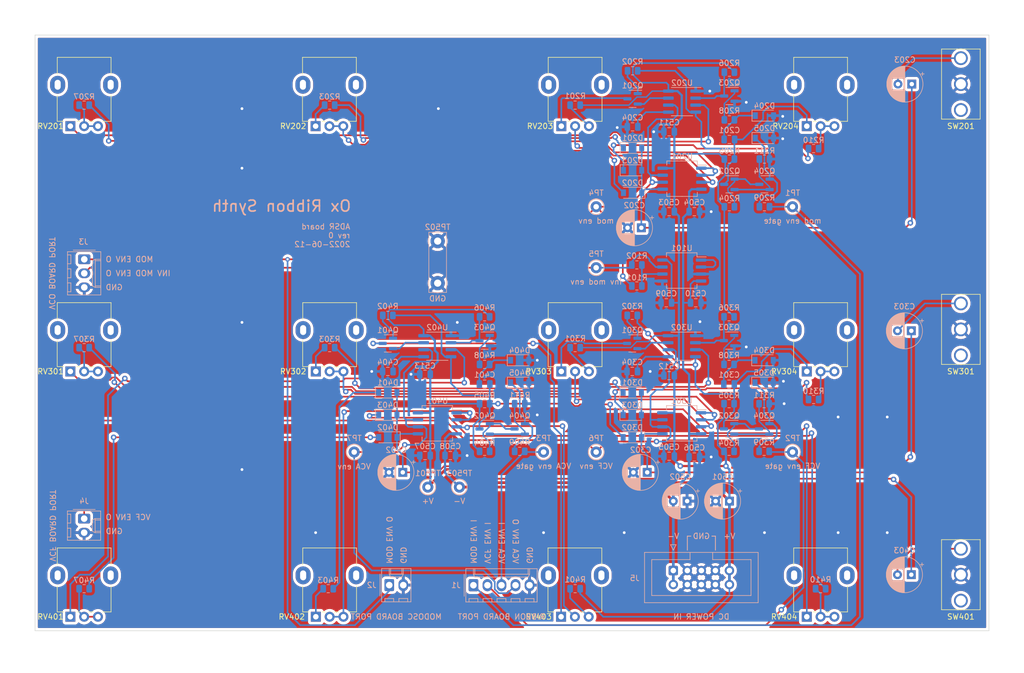
<source format=kicad_pcb>
(kicad_pcb (version 20211014) (generator pcbnew)
  (title_block (title "Josh Ox Ribbon Synth ADSR board") (date "2022-06-12") (rev "0") (comment 2 "creativecommons.org/licences/by/4.0") (comment 3 "license: CC by 4.0") (comment 4 "Author: Jordan Aceto"))
  (layers (0 "F.Cu" signal) (31 "B.Cu" signal) (34 "B.Paste" user) (35 "F.Paste" user) (36 "B.SilkS" user "B.Silkscreen") (37 "F.SilkS" user "F.Silkscreen") (38 "B.Mask" user) (39 "F.Mask" user) (44 "Edge.Cuts" user))
  (net 0 "")
  (net 1 "Net-(C201-Pad1)")
  (net 2 "Net-(C201-Pad2)")
  (net 3 "/modulation_ADSR/OUT")
  (net 4 "Net-(C202-Pad1)")
  (net 5 "Net-(C203-Pad2)")
  (net 6 "Net-(C204-Pad1)")
  (net 7 "Net-(C302-Pad1)")
  (net 8 "Net-(C301-Pad1)")
  (net 9 "Net-(C301-Pad2)")
  (net 10 "/VCF_ADSR/OUT")
  (net 11 "Net-(C402-Pad1)")
  (net 12 "Net-(C303-Pad2)")
  (net 13 "Net-(C304-Pad1)")
  (net 14 "Net-(D202-Pad2)")
  (net 15 "Net-(C401-Pad1)")
  (net 16 "Net-(C401-Pad2)")
  (net 17 "/VCA_ENV")
  (net 18 "Net-(D205-Pad1)")
  (net 19 "Net-(C403-Pad2)")
  (net 20 "Net-(C404-Pad1)")
  (net 21 "Net-(D302-Pad2)")
  (net 22 "+15V")
  (net 23 "GND")
  (net 24 "-15V")
  (net 25 "Net-(D201-Pad1)")
  (net 26 "Net-(D305-Pad1)")
  (net 27 "Net-(D402-Pad2)")
  (net 28 "Net-(D203-Pad1)")
  (net 29 "Net-(D405-Pad1)")
  (net 30 "Net-(D301-Pad1)")
  (net 31 "/modulation_ADSR/GATE")
  (net 32 "/VCF_ADSR/GATE")
  (net 33 "Net-(D303-Pad1)")
  (net 34 "/VCA_ADSR/GATE")
  (net 35 "Net-(D401-Pad1)")
  (net 36 "Net-(R102-Pad2)")
  (net 37 "Net-(R102-Pad1)")
  (net 38 "Net-(D403-Pad1)")
  (net 39 "Net-(U101-Pad1)")
  (net 40 "Net-(Q203-Pad1)")
  (net 41 "Net-(Q203-Pad3)")
  (net 42 "Net-(Q303-Pad1)")
  (net 43 "Net-(Q201-Pad1)")
  (net 44 "Net-(Q201-Pad2)")
  (net 45 "Net-(Q201-Pad3)")
  (net 46 "Net-(Q202-Pad1)")
  (net 47 "Net-(Q202-Pad2)")
  (net 48 "Net-(Q303-Pad3)")
  (net 49 "Net-(Q403-Pad1)")
  (net 50 "Net-(Q403-Pad3)")
  (net 51 "Net-(R201-Pad2)")
  (net 52 "Net-(R203-Pad1)")
  (net 53 "Net-(R207-Pad1)")
  (net 54 "Net-(R210-Pad2)")
  (net 55 "Net-(R301-Pad2)")
  (net 56 "Net-(R303-Pad1)")
  (net 57 "Net-(R307-Pad1)")
  (net 58 "Net-(Q301-Pad1)")
  (net 59 "Net-(Q301-Pad2)")
  (net 60 "Net-(Q301-Pad3)")
  (net 61 "Net-(Q302-Pad1)")
  (net 62 "Net-(Q302-Pad2)")
  (net 63 "Net-(R310-Pad2)")
  (net 64 "Net-(R401-Pad2)")
  (net 65 "Net-(R403-Pad1)")
  (net 66 "Net-(R407-Pad1)")
  (net 67 "Net-(R410-Pad2)")
  (net 68 "Net-(RV202-Pad2)")
  (net 69 "Net-(RV302-Pad2)")
  (net 70 "Net-(RV402-Pad2)")
  (net 71 "Net-(Q401-Pad1)")
  (net 72 "Net-(Q401-Pad2)")
  (net 73 "Net-(Q401-Pad3)")
  (net 74 "Net-(Q402-Pad1)")
  (net 75 "Net-(Q402-Pad2)")
  (net 76 "Net-(RV201-Pad1)")
  (net 77 "Net-(RV203-Pad2)")
  (net 78 "Net-(RV301-Pad1)")
  (net 79 "Net-(RV303-Pad2)")
  (net 80 "Net-(RV401-Pad1)")
  (net 81 "Net-(RV403-Pad2)")
  (footprint "Potentiometer_THT:Potentiometer_Alpha_RD901F-40-00D_Single_Vertical" (layer "F.Cu") (at 69.85 33.02 90)
    (fp_text reference "RV202")
    (fp_text value "500kA")
  )
  (footprint "custom_footprints:SPDT_mini_toggle" (layer "F.Cu") (at 186.69 25.4 180)
    (fp_text reference "SW201")
    (fp_text value "SW_SPDT")
  )
  (footprint "Potentiometer_THT:Potentiometer_Alpha_RD901F-40-00D_Single_Vertical" (layer "F.Cu") (at 25.44 121.92 90)
    (fp_text reference "RV401")
    (fp_text value "500kA")
  )
  (footprint "Potentiometer_THT:Potentiometer_Alpha_RD901F-40-00D_Single_Vertical" (layer "F.Cu") (at 25.44 33.02 90)
    (fp_text reference "RV201")
    (fp_text value "500kA")
  )
  (footprint "Potentiometer_THT:Potentiometer_Alpha_RD901F-40-00D_Single_Vertical" (layer "F.Cu") (at 25.44 77.47 90)
    (fp_text reference "RV301")
    (fp_text value "500kA")
  )
  (footprint "Potentiometer_THT:Potentiometer_Alpha_RD901F-40-00D_Single_Vertical" (layer "F.Cu") (at 158.79 77.47 90)
    (fp_text reference "RV304")
    (fp_text value "500kA")
  )
  (footprint "custom_footprints:SPDT_mini_toggle" (layer "F.Cu") (at 186.69 114.3 180)
    (fp_text reference "SW401")
    (fp_text value "SW_SPDT")
  )
  (footprint "Potentiometer_THT:Potentiometer_Alpha_RD901F-40-00D_Single_Vertical" (layer "F.Cu") (at 114.3 121.92 90)
    (fp_text reference "RV403")
    (fp_text value "10k")
  )
  (footprint "Potentiometer_THT:Potentiometer_Alpha_RD901F-40-00D_Single_Vertical" (layer "F.Cu") (at 69.89 121.92 90)
    (fp_text reference "RV402")
    (fp_text value "500kA")
  )
  (footprint "custom_footprints:SPDT_mini_toggle" (layer "F.Cu") (at 186.69 69.85 180)
    (fp_text reference "SW301")
    (fp_text value "SW_SPDT")
  )
  (footprint "Potentiometer_THT:Potentiometer_Alpha_RD901F-40-00D_Single_Vertical" (layer "F.Cu") (at 114.34 77.47 90)
    (fp_text reference "RV303")
    (fp_text value "10k")
  )
  (footprint "Potentiometer_THT:Potentiometer_Alpha_RD901F-40-00D_Single_Vertical" (layer "F.Cu") (at 158.79 121.92 90)
    (fp_text reference "RV404")
    (fp_text value "500kA")
  )
  (footprint "Potentiometer_THT:Potentiometer_Alpha_RD901F-40-00D_Single_Vertical" (layer "F.Cu") (at 158.79 33.02 90)
    (fp_text reference "RV204")
    (fp_text value "500kA")
  )
  (footprint "Potentiometer_THT:Potentiometer_Alpha_RD901F-40-00D_Single_Vertical" (layer "F.Cu") (at 69.89 77.47 90)
    (fp_text reference "RV302")
    (fp_text value "500kA")
  )
  (footprint "Potentiometer_THT:Potentiometer_Alpha_RD901F-40-00D_Single_Vertical" (layer "F.Cu") (at 114.34 33.02 90)
    (fp_text reference "RV203")
    (fp_text value "10k")
  )
  (footprint "Capacitor_SMD:C_0805_2012Metric" (layer "B.Cu") (at 94.234 92.71 180)
    (fp_text reference "C508")
    (fp_text value "100n")
  )
  (footprint "Capacitor_SMD:C_0805_2012Metric" (layer "B.Cu") (at 100.453 79.756 180)
    (fp_text reference "C401")
    (fp_text value "10n")
  )
  (footprint "TestPoint:TestPoint_Keystone_5000-5004_Miniature" (layer "B.Cu") (at 111.125 92.075 180)
    (fp_text reference "TP3")
    (fp_text value "VCA env gate")
  )
  (footprint "Capacitor_THT:CP_Radial_D6.3mm_P2.50mm" (layer "B.Cu") (at 85.63338 95.758 180)
    (fp_text reference "C402")
    (fp_text value "2u2")
  )
  (footprint "Diode_SMD:D_SOD-123" (layer "B.Cu") (at 151.064 75.438)
    (fp_text reference "D304")
    (fp_text value "1N4148W")
  )
  (footprint "Resistor_SMD:R_0805_2012Metric" (layer "B.Cu") (at 106.803 91.948 180)
    (fp_text reference "R409")
    (fp_text value "100k")
  )
  (footprint "Capacitor_THT:CP_Radial_D6.3mm_P2.50mm" (layer "B.Cu") (at 144.78 100.965 180)
    (fp_text reference "C501")
    (fp_text value "10u")
  )
  (footprint "Resistor_SMD:R_0805_2012Metric" (layer "B.Cu") (at 144.714 91.948)
    (fp_text reference "R304")
    (fp_text value "10k")
  )
  (footprint "Capacitor_SMD:C_0805_2012Metric" (layer "B.Cu") (at 133.35 65.024 180)
    (fp_text reference "C509")
    (fp_text value "100n")
  )
  (footprint "TestPoint:TestPoint_Bridge_Pitch7.62mm_Drill1.3mm" (layer "B.Cu") (at 91.948 53.848 -90)
    (fp_text reference "TP502")
    (fp_text value "GND")
  )
  (footprint "TestPoint:TestPoint_Keystone_5000-5004_Miniature" (layer "B.Cu") (at 156.21 47.625 180)
    (fp_text reference "TP1")
    (fp_text value "mod env gate")
  )
  (footprint "TestPoint:TestPoint_Keystone_5000-5004_Miniature" (layer "B.Cu") (at 76.835 92.075 180)
    (fp_text reference "TP7")
    (fp_text value "VCA env")
  )
  (footprint "Resistor_SMD:R_0805_2012Metric" (layer "B.Cu") (at 27.94 29.21)
    (fp_text reference "R207")
    (fp_text value "R")
  )
  (footprint "Capacitor_SMD:C_0805_2012Metric" (layer "B.Cu") (at 82.927 77.47 180)
    (fp_text reference "C404")
    (fp_text value "10n")
  )
  (footprint "Capacitor_THT:CP_Radial_D6.3mm_P2.50mm" (layer "B.Cu") (at 129.89438 95.758 180)
    (fp_text reference "C302")
    (fp_text value "2u2")
  )
  (footprint "Resistor_SMD:R_0805_2012Metric" (layer "B.Cu") (at 127.188 67.31 180)
    (fp_text reference "R302")
    (fp_text value "1M")
  )
  (footprint "Capacitor_SMD:C_0805_2012Metric" (layer "B.Cu") (at 89.662 92.71 180)
    (fp_text reference "C507")
    (fp_text value "100n")
  )
  (footprint "Capacitor_SMD:C_0805_2012Metric" (layer "B.Cu") (at 144.77 35.433 180)
    (fp_text reference "C201")
    (fp_text value "10n")
  )
  (footprint "TestPoint:TestPoint_Keystone_5000-5004_Miniature" (layer "B.Cu") (at 120.65 58.674 180)
    (fp_text reference "TP5")
    (fp_text value "inv mod env")
  )
  (footprint "Capacitor_SMD:C_0805_2012Metric" (layer "B.Cu") (at 138.684 65.024 180)
    (fp_text reference "C510")
    (fp_text value "100n")
  )
  (footprint "Diode_SMD:D_SOD-123" (layer "B.Cu") (at 127.188 89.408 180)
    (fp_text reference "D302")
    (fp_text value "1N4148W")
  )
  (footprint "Resistor_SMD:R_0805_2012Metric" (layer "B.Cu") (at 151.12 38.989)
    (fp_text reference "R211")
    (fp_text value "22")
  )
  (footprint "Resistor_SMD:R_0805_2012Metric" (layer "B.Cu") (at 161.29 116.84 180)
    (fp_text reference "R410")
    (fp_text value "R")
  )
  (footprint "Diode_SMD:D_SOD-123" (layer "B.Cu") (at 82.927 81.28)
    (fp_text reference "D401")
    (fp_text value "1N4148W")
  )
  (footprint "Package_SO:SOIC-8_3.9x4.9mm_P1.27mm" (layer "B.Cu") (at 136.144 72.898 180)
    (fp_text reference "U302")
    (fp_text value "LM555xM")
  )
  (footprint "Resistor_SMD:R_0805_2012Metric" (layer "B.Cu") (at 128.016 58.166 180)
    (fp_text reference "R102")
    (fp_text value "100k")
  )
  (footprint "Resistor_SMD:R_0805_2012Metric" (layer "B.Cu") (at 116.84 29.21 180)
    (fp_text reference "R201")
    (fp_text value "4k7")
  )
  (footprint "Capacitor_SMD:C_0805_2012Metric" (layer "B.Cu") (at 144.714 79.756 180)
    (fp_text reference "C301")
    (fp_text value "10n")
  )
  (footprint "Resistor_SMD:R_0805_2012Metric" (layer "B.Cu") (at 144.714 83.312)
    (fp_text reference "R305")
    (fp_text value "10k")
  )
  (footprint "TestPoint:TestPoint_Keystone_5000-5004_Miniature" (layer "B.Cu") (at 156.21 92.075 180)
    (fp_text reference "TP2")
    (fp_text value "VCF env gate")
  )
  (footprint "Capacitor_SMD:C_0805_2012Metric" (layer "B.Cu") (at 127.244 33.147 180)
    (fp_text reference "C204")
    (fp_text value "10n")
  )
  (footprint "Resistor_SMD:R_0805_2012Metric" (layer "B.Cu") (at 72.39 73.152)
    (fp_text reference "R303")
    (fp_text value "R")
  )
  (footprint "TestPoint:TestPoint_Keystone_5000-5004_Miniature" (layer "B.Cu") (at 120.65 47.625 180)
    (fp_text reference "TP4")
    (fp_text value "mod env")
  )
  (footprint "Capacitor_SMD:C_0805_2012Metric" (layer "B.Cu") (at 127.188 77.47 180)
    (fp_text reference "C304")
    (fp_text value "10n")
  )
  (footprint "Diode_SMD:D_SOD-123" (layer "B.Cu") (at 151.064 79.502)
    (fp_text reference "D305")
    (fp_text value "1N4148W")
  )
  (footprint "Capacitor_SMD:C_0805_2012Metric" (layer "B.Cu") (at 133.858 48.514 180)
    (fp_text reference "C503")
    (fp_text value "100n")
  )
  (footprint "Package_TO_SOT_SMD:SOT-23" (layer "B.Cu") (at 127.244 28.067 180)
    (fp_text reference "Q201")
    (fp_text value "2N7002")
  )
  (footprint "Capacitor_SMD:C_0805_2012Metric" (layer "B.Cu") (at 133.858 34.036 180)
    (fp_text reference "C511")
    (fp_text value "100n")
  )
  (footprint "TestPoint:TestPoint_Keystone_5000-5004_Miniature" (layer "B.Cu") (at 90.17 98.425 180)
    (fp_text reference "TP501")
    (fp_text value "V+")
  )
  (footprint "Package_TO_SOT_SMD:SOT-23" (layer "B.Cu") (at 127.188 72.39 180)
    (fp_text reference "Q301")
    (fp_text value "2N7002")
  )
  (footprint "Capacitor_THT:CP_Radial_D6.3mm_P2.50mm" (layer "B.Cu") (at 177.71238 114.3 180)
    (fp_text reference "C403")
    (fp_text value "22u")
  )
  (footprint "Connector_Molex:Molex_KK-254_AE-6410-03A_1x03_P2.54mm_Vertical" (layer "B.Cu") (at 27.96 57.15 -90)
    (fp_text reference "J3")
    (fp_text value "VCO_port")
  )
  (footprint "Resistor_SMD:R_0805_2012Metric" (layer "B.Cu") (at 144.77 23.241 180)
    (fp_text reference "R206")
    (fp_text value "10k")
  )
  (footprint "Diode_SMD:D_SOD-123" (layer "B.Cu") (at 106.803 79.502)
    (fp_text reference "D405")
    (fp_text value "1N4148W")
  )
  (footprint "Resistor_SMD:R_0805_2012Metric" (layer "B.Cu") (at 151.064 91.948 180)
    (fp_text reference "R309")
    (fp_text value "100k")
  )
  (footprint "Connector_Molex:Molex_KK-254_AE-6410-02A_1x02_P2.54mm_Vertical" (layer "B.Cu") (at 83.185 116.185)
    (fp_text reference "J2")
    (fp_text value "modosc_port")
  )
  (footprint "Diode_SMD:D_SOD-123" (layer "B.Cu") (at 82.927 89.408 180)
    (fp_text reference "D402")
    (fp_text value "1N4148W")
  )
  (footprint "Package_TO_SOT_SMD:SOT-23" (layer "B.Cu") (at 82.927 72.39 180)
    (fp_text reference "Q401")
    (fp_text value "2N7002")
  )
  (footprint "Capacitor_SMD:C_0805_2012Metric" (layer "B.Cu") (at 133.858 92.837 180)
    (fp_text reference "C505")
    (fp_text value "100n")
  )
  (footprint "Resistor_SMD:R_0805_2012Metric" (layer "B.Cu") (at 27.94 73.152)
    (fp_text reference "R307")
    (fp_text value "R")
  )
  (footprint "Capacitor_SMD:C_0805_2012Metric" (layer "B.Cu") (at 138.43 48.514 180)
    (fp_text reference "C504")
    (fp_text value "100n")
  )
  (footprint "Package_TO_SOT_SMD:SOT-23" (layer "B.Cu") (at 144.77 43.561 180)
    (fp_text reference "Q202")
    (fp_text value "MMBT3904")
  )
  (footprint "Package_TO_SOT_SMD:SOT-23" (layer "B.Cu") (at 106.803 87.884 180)
    (fp_text reference "Q404")
    (fp_text value "MMBT3904")
  )
  (footprint "Package_TO_SOT_SMD:SOT-23" (layer "B.Cu") (at 100.453 87.884 180)
    (fp_text reference "Q402")
    (fp_text value "MMBT3904")
  )
  (footprint "Connector_IDC:IDC-Header_2x05_P2.54mm_Vertical" (layer "B.Cu") (at 134.62 113.5475 -90)
    (fp_text reference "J5")
    (fp_text value "power_entry")
  )
  (footprint "Diode_SMD:D_SOD-123" (layer "B.Cu") (at 151.12 35.179)
    (fp_text reference "D205")
    (fp_text value "1N4148W")
  )
  (footprint "Resistor_SMD:R_0805_2012Metric" (layer "B.Cu") (at 72.136 116.84)
    (fp_text reference "R403")
    (fp_text value "R")
  )
  (footprint "TestPoint:TestPoint_Keystone_5000-5004_Miniature" (layer "B.Cu") (at 95.885 98.425 180)
    (fp_text reference "TP503")
    (fp_text value "V-")
  )
  (footprint "Capacitor_SMD:C_0805_2012Metric" (layer "B.Cu") (at 89.662 77.978 180)
    (fp_text reference "C513")
    (fp_text value "100n")
  )
  (footprint "Resistor_SMD:R_0805_2012Metric" (layer "B.Cu") (at 116.84 116.84 180)
    (fp_text reference "R401")
    (fp_text value "4k7")
  )
  (footprint "Diode_SMD:D_SOD-123" (layer "B.Cu") (at 127.188 85.344)
    (fp_text reference "D303")
    (fp_text value "1N4148W")
  )
  (footprint "Resistor_SMD:R_0805_2012Metric" (layer "B.Cu") (at 72.39 29.21)
    (fp_text reference "R203")
    (fp_text value "R")
  )
  (footprint "Diode_SMD:D_SOD-123" (layer "B.Cu") (at 127.188 81.28)
    (fp_text reference "D301")
    (fp_text value "1N4148W")
  )
  (footprint "Package_SO:SO-8_5.3x6.2mm_P1.27mm" (layer "B.Cu") (at 136.144 86.868 180)
    (fp_text reference "U301")
    (fp_text value "TL072")
  )
  (footprint "Connector_Molex:Molex_KK-254_AE-6410-02A_1x02_P2.54mm_Vertical" (layer "B.Cu") (at 27.94 104.14 -90)
    (fp_text reference "J4")
    (fp_text value "VCF_port")
  )
  (footprint "Capacitor_THT:CP_Radial_D6.3mm_P2.50mm" (layer "B.Cu") (at 177.8 25.4 180)
    (fp_text reference "C203")
    (fp_text value "22u")
  )
  (footprint "Diode_SMD:D_SOD-123" (layer "B.Cu") (at 106.803 75.438)
    (fp_text reference "D404")
    (fp_text value "1N4148W")
  )
  (footprint "Resistor_SMD:R_0805_2012Metric" (layer "B.Cu") (at 100.453 76.2 180)
    (fp_text reference "R408")
    (fp_text value "10k")
  )
  (footprint "Resistor_SMD:R_0805_2012Metric" (layer "B.Cu") (at 127.244 22.987 180)
    (fp_text reference "R202")
    (fp_text value "1M")
  )
  (footprint "Resistor_SMD:R_0805_2012Metric" (layer "B.Cu") (at 116.84 73.152 180)
    (fp_text reference "R301")
    (fp_text value "4k7")
  )
  (footprint "Resistor_SMD:R_0805_2012Metric" (layer "B.Cu") (at 144.77 38.989)
    (fp_text reference "R205")
    (fp_text value "10k")
  )
  (footprint "Resistor_SMD:R_0805_2012Metric" (layer "B.Cu") (at 151.064 83.312)
    (fp_text reference "R311")
    (fp_text value "22")
  )
  (footprint "Package_SO:SO-8_5.3x6.2mm_P1.27mm" (layer "B.Cu") (at 91.883 86.868 180)
    (fp_text reference "U401")
    (fp_text value "TL072")
  )
  (footprint "Resistor_SMD:R_0805_2012Metric" (layer "B.Cu") (at 144.77 31.877 180)
    (fp_text reference "R208")
    (fp_text value "10k")
  )
  (footprint "Package_TO_SOT_SMD:SOT-23" (layer "B.Cu") (at 151.12 43.561 180)
    (fp_text reference "Q204")
    (fp_text value "MMBT3904")
  )
  (footprint "Resistor_SMD:R_0805_2012Metric" (layer "B.Cu") (at 100.453 91.948)
    (fp_text reference "R404")
    (fp_text value "10k")
  )
  (footprint "Capacitor_SMD:C_0805_2012Metric" (layer "B.Cu") (at 133.858 78.232 180)
    (fp_text reference "C512")
    (fp_text value "100n")
  )
  (footprint "TestPoint:TestPoint_Keystone_5000-5004_Miniature" (layer "B.Cu") (at 120.65 92.075 180)
    (fp_text reference "TP6")
    (fp_text value "VCF env")
  )
  (footprint "Package_TO_SOT_SMD:SOT-23" (layer "B.Cu") (at 144.714 71.882 180)
    (fp_text reference "Q303")
    (fp_text value "MMBT3904")
  )
  (footprint "Capacitor_SMD:C_0805_2012Metric" (layer "B.Cu") (at 138.43 92.964 180)
    (fp_text reference "C506")
    (fp_text value "100n")
  )
  (footprint "Resistor_SMD:R_0805_2012Metric" (layer "B.Cu") (at 106.803 83.312)
    (fp_text reference "R411")
    (fp_text value "22")
  )
  (footprint "Diode_SMD:D_SOD-123" (layer "B.Cu") (at 151.12 31.115)
    (fp_text reference "D204")
    (fp_text value "1N4148W")
  )
  (footprint "Diode_SMD:D_SOD-123" (layer "B.Cu") (at 127.244 45.085 180)
    (fp_text reference "D202")
    (fp_text value "1N4148W")
  )
  (footprint "Resistor_SMD:R_0805_2012Metric" (layer "B.Cu") (at 151.12 47.625 180)
    (fp_text reference "R209")
    (fp_text value "100k")
  )
  (footprint "Resistor_SMD:R_0805_2012Metric" (layer "B.Cu") (at 144.77 47.625)
    (fp_text reference "R204")
    (fp_text value "10k")
  )
  (footprint "Resistor_SMD:R_0805_2012Metric" (layer "B.Cu") (at 27.94 116.84)
    (fp_text reference "R407")
    (fp_text value "R")
  )
  (footprint "Resistor_SMD:R_0805_2012Metric" (layer "B.Cu") (at 100.453 67.564 180)
    (fp_text reference "R406")
    (fp_text value "10k")
  )
  (footprint "Package_TO_SOT_SMD:SOT-23" (layer "B.Cu") (at 100.453 71.882 180)
    (fp_text reference "Q403")
    (fp_text value "MMBT3904")
  )
  (footprint "Resistor_SMD:R_0805_2012Metric" (layer "B.Cu") (at 160.02 82.55)
    (fp_text reference "R310")
    (fp_text value "R")
  )
  (footprint "Package_SO:SO-8_5.3x6.2mm_P1.27mm" (layer "B.Cu") (at 136.2 42.545 180)
    (fp_text reference "U201")
    (fp_text value "TL072")
  )
  (footprint "Diode_SMD:D_SOD-123" (layer "B.Cu") (at 127.244 41.021)
    (fp_text reference "D203")
    (fp_text value "1N4148W")
  )
  (footprint "Connector_Molex:Molex_KK-254_AE-6410-05A_1x05_P2.54mm_Vertical" (layer "B.Cu") (at 98.425 116.205)
    (fp_text reference "J1")
    (fp_text value "ribbon_port")
  )
  (footprint "Resistor_SMD:R_0805_2012Metric" (layer "B.Cu") (at 100.453 83.312)
    (fp_text reference "R405")
    (fp_text value "10k")
  )
  (footprint "Diode_SMD:D_SOD-123" (layer "B.Cu") (at 82.927 85.344)
    (fp_text reference "D403")
    (fp_text value "1N4148W")
  )
  (footprint "Package_TO_SOT_SMD:SOT-23" (layer "B.Cu") (at 144.714 87.884 180)
    (fp_text reference "Q302")
    (fp_text value "MMBT3904")
  )
  (footprint "Diode_SMD:D_SOD-123" (layer "B.Cu") (at 127.244 36.957)
    (fp_text reference "D201")
    (fp_text value "1N4148W")
  )
  (footprint "Resistor_SMD:R_0805_2012Metric" (layer "B.Cu") (at 144.714 67.564 180)
    (fp_text reference "R306")
    (fp_text value "10k")
  )
  (footprint "Package_TO_SOT_SMD:SOT-23" (layer "B.Cu") (at 144.77 27.559 180)
    (fp_text reference "Q203")
    (fp_text value "MMBT3904")
  )
  (footprint "Capacitor_THT:CP_Radial_D6.3mm_P2.50mm" (layer "B.Cu") (at 137.12 100.965 180)
    (fp_text reference "C502")
    (fp_text value "10u")
  )
  (footprint "Capacitor_THT:CP_Radial_D6.3mm_P2.50mm" (layer "B.Cu") (at 128.83088 51.435 180)
    (fp_text reference "C202")
    (fp_text value "2u2")
  )
  (footprint "Resistor_SMD:R_0805_2012Metric" (layer "B.Cu") (at 82.927 67.31 180)
    (fp_text reference "R402")
    (fp_text value "1M")
  )
  (footprint "Resistor_SMD:R_0805_2012Metric" (layer "B.Cu") (at 144.714 76.2 180)
    (fp_text reference "R308")
    (fp_text value "10k")
  )
  (footprint "Package_SO:SOIC-8_3.9x4.9mm_P1.27mm" (layer "B.Cu") (at 136.2 28.575 180)
    (fp_text reference "U202")
    (fp_text value "LM555xM")
  )
  (footprint "Package_SO:SOIC-8_3.9x4.9mm_P1.27mm" (layer "B.Cu") (at 91.883 72.898 180)
    (fp_text reference "U402")
    (fp_text value "LM555xM")
  )
  (footprint "Package_SO:SO-8_5.3x6.2mm_P1.27mm" (layer "B.Cu") (at 136.144 59.182 180)
    (fp_text reference "U101")
    (fp_text value "TL072")
  )
  (footprint "Resistor_SMD:R_0805_2012Metric" (layer "B.Cu") (at 128.016 61.976)
    (fp_text reference "R101")
    (fp_text value "100k")
  )
  (footprint "Resistor_SMD:R_0805_2012Metric" (layer "B.Cu") (at 160.02 37.084)
    (fp_text reference "R210")
    (fp_text value "R")
  )
  (footprint "Package_TO_SOT_SMD:SOT-23" (layer "B.Cu") (at 151.064 87.884 180)
    (fp_text reference "Q304")
    (fp_text value "MMBT3904")
  )
  (footprint "Capacitor_THT:CP_Radial_D6.3mm_P2.50mm" (layer "B.Cu") (at 177.71238 70.104 180)
    (fp_text reference "C303")
    (fp_text value "22u")
  )
  (gr_line (start 137.795 107.315) (end 137.16 107.315) (layer "B.SilkS") (width 0.15))
  (gr_line (start 142.24 107.315) (end 142.24 109.855) (layer "B.SilkS") (width 0.15))
  (gr_line (start 141.605 107.315) (end 142.24 107.315) (layer "B.SilkS") (width 0.15))
  (gr_line (start 137.16 107.315) (end 137.16 109.855) (layer "B.SilkS") (width 0.15))
  (gr_line (start 191.77 124.46) (end 191.77 16.51) (layer "Edge.Cuts") (width 0.1))
  (gr_line (start 191.77 16.51) (end 19.05 16.51) (layer "Edge.Cuts") (width 0.1))
  (gr_line (start 19.05 124.46) (end 191.77 124.46) (layer "Edge.Cuts") (width 0.1))
  (gr_line (start 19.05 16.51) (end 19.05 124.46) (layer "Edge.Cuts") (width 0.1))
  (gr_text "inv mod env" (at 120.65 61.214) (layer "B.SilkS") (effects (font (size 1 1)) (justify mirror)))
  (gr_text "mod env gate" (at 156.21 50.165) (layer "B.SilkS") (effects (font (size 1 1)) (justify mirror)))
  (gr_text "ADSR board\nrev 0\n2022-06-12" (at 76.2 52.832) (layer "B.SilkS") (effects (font (size 1 1)) (justify left mirror)))
  (gr_text "VCF BOARD PORT" (at 22.225 105.41 270) (layer "B.SilkS") (effects (font (size 1 1)) (justify mirror)))
  (gr_text "V-" (at 95.885 100.965) (layer "B.SilkS") (effects (font (size 1 1)) (justify mirror)))
  (gr_text "GND" (at 31.75 106.43) (layer "B.SilkS") (effects (font (size 1 1)) (justify right mirror)))
  (gr_text "V+" (at 144.78 107.315) (layer "B.SilkS") (effects (font (size 1 1)) (justify mirror)))
  (gr_text "mod env" (at 120.65 50.165) (layer "B.SilkS") (effects (font (size 1 1)) (justify mirror)))
  (gr_text "MOD ENV O" (at 31.75 57.15) (layer "B.SilkS") (effects (font (size 1 1)) (justify right mirror)))
  (gr_text "GND" (at 85.725 112.395 270) (layer "B.SilkS") (effects (font (size 1 1)) (justify left mirror)))
  (gr_text "GND" (at 31.75 62.23) (layer "B.SilkS") (effects (font (size 1 1)) (justify right mirror)))
  (gr_text "VCA ENV I" (at 103.505 112.395 270) (layer "B.SilkS") (effects (font (size 1 1)) (justify left mirror)))
  (gr_text "VCF ENV O" (at 31.75 103.89) (layer "B.SilkS") (effects (font (size 1 1)) (justify right mirror)))
  (gr_text "GND" (at 91.948 64.262) (layer "B.SilkS") (effects (font (size 1 1)) (justify mirror)))
  (gr_text "MOD ENV O" (at 83.185 112.395 270) (layer "B.SilkS") (effects (font (size 1 1)) (justify left mirror)))
  (gr_text "GND" (at 139.7 107.315) (layer "B.SilkS") (effects (font (size 1 1)) (justify mirror)))
  (gr_text "MOD ENV I" (at 98.425 112.395 270) (layer "B.SilkS") (effects (font (size 1 1)) (justify left mirror)))
  (gr_text "VCA env gate" (at 111.125 94.615) (layer "B.SilkS") (effects (font (size 1 1)) (justify mirror)))
  (gr_text "VCF env" (at 120.65 94.615) (layer "B.SilkS") (effects (font (size 1 1)) (justify mirror)))
  (gr_text "VCA ENV O" (at 106.045 112.395 270) (layer "B.SilkS") (effects (font (size 1 1)) (justify left mirror)))
  (gr_text "DC POWER IN" (at 139.7 121.92) (layer "B.SilkS") (effects (font (size 1 1)) (justify mirror)))
  (gr_text "V-" (at 134.62 107.315) (layer "B.SilkS") (effects (font (size 1 1)) (justify mirror)))
  (gr_text "VCF ENV I" (at 100.965 112.395 270) (layer "B.SilkS") (effects (font (size 1 1)) (justify left mirror)))
  (gr_text "Ox Ribbon Synth" (at 76.454 47.498) (layer "B.SilkS") (effects (font (size 2 2) (thickness 0.3)) (justify left mirror)))
  (gr_text "INV MOD ENV O" (at 31.75 59.69) (layer "B.SilkS") (effects (font (size 1 1)) (justify right mirror)))
  (gr_text "GND" (at 108.585 112.395 270) (layer "B.SilkS") (effects (font (size 1 1)) (justify left mirror)))
  (gr_text "RIBBON BOARD PORT" (at 103.505 121.92) (layer "B.SilkS") (effects (font (size 1 1)) (justify mirror)))
  (gr_text "V+" (at 90.17 100.965) (layer "B.SilkS") (effects (font (size 1 1)) (justify mirror)))
  (gr_text "VCO BOARD PORT" (at 22.1 59.69 270) (layer "B.SilkS") (effects (font (size 1 1)) (justify mirror)))
  (gr_text "VCA env" (at 76.835 94.699) (layer "B.SilkS") (effects (font (size 1 1)) (justify mirror)))
  (gr_text "VCF env gate" (at 156.21 94.615) (layer "B.SilkS") (effects (font (size 1 1)) (justify mirror)))
  (gr_text "MODOSC BOARD PORT" (at 84.455 121.92) (layer "B.SilkS") (effects (font (size 1 1)) (justify mirror)))
  (segment (start 139.7 32.258) (end 138.675 31.233) (width 0.3) (layer "B.Cu") (net 1))
  (segment (start 145.569 37.084) (end 140.462 37.084) (width 0.3) (layer "B.Cu") (net 1))
  (segment (start 145.6825 38.989) (end 145.6825 36.9705) (width 0.3) (layer "B.Cu") (net 1))
  (segment (start 143.8325 43.561) (end 144.526 42.8675) (width 0.3) (layer "B.Cu") (net 1))
  (segment (start 147.193 35.433) (end 145.72 35.433) (width 0.3) (layer "B.Cu") (net 1))
  (segment (start 145.6825 35.4705) (end 145.72 35.433) (width 0.3) (layer "B.Cu") (net 1))
  (segment (start 138.675 30.48) (end 137.597 30.48) (width 0.3) (layer "B.Cu") (net 1))
  (segment (start 157.226 29.464) (end 151.892 29.464) (width 0.3) (layer "B.Cu") (net 1))
  (segment (start 158.79 31.028) (end 157.226 29.464) (width 0.3) (layer "B.Cu") (net 1))
  (segment (start 138.675 31.233) (end 138.675 30.48) (width 0.3) (layer "B.Cu") (net 1))
  (segment (start 136.962 25.019) (end 134.93 22.987) (width 0.3) (layer "B.Cu") (net 1))
  (segment (start 145.6825 36.9705) (end 145.569 37.084) (width 0.3) (layer "B.Cu") (net 1))
  (segment (start 144.526 40.1455) (end 145.6825 38.989) (width 0.3) (layer "B.Cu") (net 1))
  (segment (start 144.526 42.8675) (end 144.526 40.1455) (width 0.3) (layer "B.Cu") (net 1))
  (segment (start 150.876 30.48) (end 150.876 31.75) (width 0.3) (layer "B.Cu") (net 1))
  (segment (start 150.876 31.75) (end 147.193 35.433) (width 0.3) (layer "B.Cu") (net 1))
  (segment (start 158.79 33.02) (end 158.79 31.028) (width 0.3) (layer "B.Cu") (net 1))
  (segment (start 151.892 29.464) (end 150.876 30.48) (width 0.3) (layer "B.Cu") (net 1))
  (segment (start 137.597 30.48) (end 136.962 29.845) (width 0.3) (layer "B.Cu") (net 1))
  (segment (start 136.962 29.845) (end 136.962 25.019) (width 0.3) (layer "B.Cu") (net 1))
  (segment (start 139.7 36.322) (end 139.7 32.258) (width 0.3) (layer "B.Cu") (net 1))
  (segment (start 145.6825 36.9705) (end 145.6825 35.4705) (width 0.3) (layer "B.Cu") (net 1))
  (segment (start 134.93 22.987) (end 128.1565 22.987) (width 0.3) (layer "B.Cu") (net 1))
  (segment (start 140.462 37.084) (end 139.7 36.322) (width 0.3) (layer "B.Cu") (net 1))
  (segment (start 143.82 35.433) (end 143.82 33.7395) (width 0.3) (layer "B.Cu") (net 2))
  (segment (start 143.82 33.7395) (end 145.6825 31.877) (width 0.3) (layer "B.Cu") (net 2))
  (segment (start 145.6825 31.877) (end 146.4445 31.115) (width 0.3) (layer "B.Cu") (net 2))
  (segment (start 146.4445 31.115) (end 149.47 31.115) (width 0.3) (layer "B.Cu") (net 2))
  (segment (start 123.698 53.34) (end 125.476 55.118) (width 0.3) (layer "F.Cu") (net 3))
  (segment (start 125.476 55.118) (end 125.476 60.198) (width 0.3) (layer "F.Cu") (net 3))
  (segment (start 120.65 47.625) (end 126.365 47.625) (width 0.3) (layer "F.Cu") (net 3))
  (segment (start 111.125 57.15) (end 27.96 57.15) (width 0.3) (layer "F.Cu") (net 3))
  (segment (start 120.65 47.625) (end 123.698 50.673) (width 0.3) (layer "F.Cu") (net 3))
  (segment (start 120.65 47.625) (end 111.125 57.15) (width 0.3) (layer "F.Cu") (net 3))
  (segment (start 126.365 47.625) (end 130.81 43.18) (width 0.3) (layer "F.Cu") (net 3))
  (segment (start 123.698 50.673) (end 123.698 53.34) (width 0.3) (layer "F.Cu") (net 3))
  (via (at 125.476 60.198) (size 1) (drill 0.5) (layers "F.Cu" "B.Cu") (net 3))
  (via (at 130.81 43.18) (size 1) (drill 0.5) (layers "F.Cu" "B.Cu") (net 3))
  (via (at 64.77 57.15) (size 0.8) (drill 0.4) (layers "F.Cu" "B.Cu") (net 3))
  (segment (start 130.048 41.402) (end 130.048 33.274) (width 0.3) (layer "B.Cu") (net 3))
  (segment (start 130.546 42.799) (end 130.546 41.92) (width 0.3) (layer "B.Cu") (net 3))
  (segment (start 130.556 41.91) (end 130.048 41.402) (width 0.3) (layer "B.Cu") (net 3))
  (segment (start 130.927 43.18) (end 130.546 42.799) (width 0.3) (layer "B.Cu") (net 3))
  (segment (start 125.476 60.198) (end 125.476 60.3485) (width 0.3) (layer "B.Cu") (net 3))
  (segment (start 134.62 31.75) (end 135.382 30.988) (width 0.3) (layer "B.Cu") (net 3))
  (segment (start 64.77 121.158) (end 64.77 57.15) (width 0.3) (layer "B.Cu") (net 3))
  (segment (start 83.185 116.185) (end 83.185 117.221) (width 0.3) (layer "B.Cu") (net 3))
  (segment (start 130.048 33.274) (end 131.572 31.75) (width 0.3) (layer "B.Cu") (net 3))
  (segment (start 76.962 123.444) (end 67.056 123.444) (width 0.3) (layer "B.Cu") (net 3))
  (segment (start 132.7 43.18) (end 130.927 43.18) (width 0.3) (layer "B.Cu") (net 3))
  (segment (start 130.556 41.91) (end 132.7 41.91) (width 0.3) (layer "B.Cu") (net 3))
  (segment (start 67.056 123.444) (end 64.77 121.158) (width 0.3) (layer "B.Cu") (net 3))
  (segment (start 131.572 31.75) (end 134.62 31.75) (width 0.3) (layer "B.Cu") (net 3))
  (segment (start 134.874 29.21) (end 133.725 29.21) (width 0.3) (layer "B.Cu") (net 3))
  (segment (start 83.185 117.221) (end 76.962 123.444) (width 0.3) (layer "B.Cu") (net 3))
  (segment (start 135.382 30.988) (end 135.382 29.718) (width 0.3) (layer "B.Cu") (net 3))
  (segment (start 125.476 60.3485) (end 127.1035 61.976) (width 0.3) (layer "B.Cu") (net 3))
  (segment (start 135.382 29.718) (end 134.874 29.21) (width 0.3) (layer "B.Cu") (net 3))
  (segment (start 130.546 41.92) (end 130.556 41.91) (width 0.3) (layer "B.Cu") (net 3))
  (segment (start 128.83088 51.435) (end 176.657 51.435) (width 0.3) (layer "F.Cu") (net 4))
  (segment (start 176.657 51.435) (end 177.546 50.546) (width 0.3) (layer "F.Cu") (net 4))
  (via (at 177.546 50.546) (size 1) (drill 0.5) (layers "F.Cu" "B.Cu") (net 4))
  (segment (start 177.8 25.4) (end 177.8 50.292) (width 0.3) (layer "B.Cu") (net 4))
  (segment (start 177.8 50.292) (end 177.546 50.546) (width 0.3) (layer "B.Cu") (net 4))
  (segment (start 132.7 44.45) (end 129.529 44.45) (width 0.3) (layer "B.Cu") (net 4))
  (segment (start 128.894 36.957) (end 128.894 45.085) (width 0.3) (layer "B.Cu") (net 4))
  (segment (start 128.83088 51.435) (end 128.83088 45.14812) (width 0.3) (layer "B.Cu") (net 4))
  (segment (start 129.529 44.45) (end 128.894 45.085) (width 0.3) (layer "B.Cu") (net 4))
  (segment (start 128.83088 45.14812) (end 128.894 45.085) (width 0.3) (layer "B.Cu") (net 4))
  (segment (start 178.182 20.7) (end 186.69 20.7) (width 0.3) (layer "B.Cu") (net 5))
  (segment (start 175.3 25.4) (end 175.3 23.582) (width 0.3) (layer "B.Cu") (net 5))
  (segment (start 175.3 23.582) (end 178.182 20.7) (width 0.3) (layer "B.Cu") (net 5))
  (segment (start 129.657 30.48) (end 133.725 30.48) (width 0.3) (layer "B.Cu") (net 6))
  (segment (start 128.194 31.943) (end 129.657 30.48) (width 0.3) (layer "B.Cu") (net 6))
  (segment (start 128.194 33.147) (end 128.194 31.943) (width 0.3) (layer "B.Cu") (net 6))
  (segment (start 174.752 95.758) (end 177.546 92.964) (width 0.3) (layer "F.Cu") (net 7))
  (segment (start 129.89438 95.758) (end 174.752 95.758) (width 0.3) (layer "F.Cu") (net 7))
  (via (at 177.546 92.964) (size 1) (drill 0.5) (layers "F.Cu" "B.Cu") (net 7))
  (segment (start 128.838 91.566) (end 128.838 89.408) (width 0.3) (layer "B.Cu") (net 7))
  (segment (start 132.644 88.773) (end 129.473 88.773) (width 0.3) (layer "B.Cu") (net 7))
  (segment (start 129.473 88.773) (end 128.838 89.408) (width 0.3) (layer "B.Cu") (net 7))
  (segment (start 128.838 81.28) (end 128.838 89.408) (width 0.3) (layer "B.Cu") (net 7))
  (segment (start 177.71238 70.104) (end 177.71238 92.79762) (width 0.3) (layer "B.Cu") (net 7))
  (segment (start 177.71238 92.79762) (end 177.546 92.964) (width 0.3) (layer "B.Cu") (net 7))
  (segment (start 129.89438 92.62238) (end 128.838 91.566) (width 0.3) (layer "B.Cu") (net 7))
  (segment (start 129.89438 95.758) (end 129.89438 92.62238) (width 0.3) (layer "B.Cu") (net 7))
  (segment (start 135.701 76.265) (end 138.619 76.265) (width 0.3) (layer "F.Cu") (net 8))
  (segment (start 130.048 70.612) (end 135.701 76.265) (width 0.3) (layer "F.Cu") (net 8))
  (via (at 138.619 76.265) (size 1) (drill 0.5) (layers "F.Cu" "B.Cu") (net 8))
  (via (at 130.048 70.612) (size 1) (drill 0.5) (layers "F.Cu" "B.Cu") (net 8))
  (segment (start 145.6265 84.695916) (end 145.6265 83.312) (width 0.3) (layer "B.Cu") (net 8))
  (segment (start 155.956 73.406) (end 152.908 73.406) (width 0.3) (layer "B.Cu") (net 8))
  (segment (start 145.6265 79.7935) (end 145.664 79.756) (width 0.3) (layer "B.Cu") (net 8))
  (segment (start 158.79 77.47) (end 158.79 76.24) (width 0.3) (layer "B.Cu") (net 8))
  (segment (start 138.619 79.945) (end 140.208 81.534) (width 0.3) (layer "B.Cu") (net 8))
  (segment (start 150.622 76.708) (end 149.86 77.47) (width 0.3) (layer "B.Cu") (net 8))
  (segment (start 152.908 73.406) (end 150.622 75.692) (width 0.3) (layer "B.Cu") (net 8))
  (segment (start 145.6265 83.312) (end 145.6265 81.4495) (width 0.3) (layer "B.Cu") (net 8))
  (segment (start 143.7765 86.545916) (end 145.6265 84.695916) (width 0.3) (layer "B.Cu") (net 8))
  (segment (start 128.1005 67.31) (end 128.1005 68.6645) (width 0.3) (layer "B.Cu") (net 8))
  (segment (start 145.6265 81.4495) (end 145.6265 79.7935) (width 0.3) (layer "B.Cu") (net 8))
  (segment (start 158.79 76.24) (end 155.956 73.406) (width 0.3) (layer "B.Cu") (net 8))
  (segment (start 149.86 77.47) (end 147.95 77.47) (width 0.3) (layer "B.Cu") (net 8))
  (segment (start 143.7765 87.884) (end 143.7765 86.545916) (width 0.3) (layer "B.Cu") (net 8))
  (segment (start 140.208 81.534) (end 145.542 81.534) (width 0.3) (layer "B.Cu") (net 8))
  (segment (start 128.1005 68.6645) (end 130.048 70.612) (width 0.3) (layer "B.Cu") (net 8))
  (segment (start 145.542 81.534) (end 145.6265 81.4495) (width 0.3) (layer "B.Cu") (net 8))
  (segment (start 147.95 77.47) (end 145.664 79.756) (width 0.3) (layer "B.Cu") (net 8))
  (segment (start 138.619 74.803) (end 138.619 79.945) (width 0.3) (layer "B.Cu") (net 8))
  (segment (start 150.622 75.692) (end 150.622 76.708) (width 0.3) (layer "B.Cu") (net 8))
  (segment (start 146.3885 75.438) (end 149.414 75.438) (width 0.3) (layer "B.Cu") (net 9))
  (segment (start 145.6265 76.2) (end 146.3885 75.438) (width 0.3) (layer "B.Cu") (net 9))
  (segment (start 143.764 78.0625) (end 145.6265 76.2) (width 0.3) (layer "B.Cu") (net 9))
  (segment (start 143.764 79.756) (end 143.764 78.0625) (width 0.3) (layer "B.Cu") (net 9))
  (segment (start 93.345 86.36) (end 30.48 86.36) (width 0.3) (layer "F.Cu") (net 10))
  (segment (start 120.65 92.075) (end 118.491 89.916) (width 0.3) (layer "F.Cu") (net 10))
  (segment (start 122.555 90.17) (end 131.572 90.17) (width 0.3) (layer "F.Cu") (net 10))
  (segment (start 96.901 89.916) (end 93.345 86.36) (width 0.3) (layer "F.Cu") (net 10))
  (segment (start 120.65 92.075) (end 122.555 90.17) (width 0.3) (layer "F.Cu") (net 10))
  (segment (start 30.48 86.36) (end 27.94 88.9) (width 0.3) (layer "F.Cu") (net 10))
  (segment (start 27.94 88.9) (end 27.94 104.14) (width 0.3) (layer "F.Cu") (net 10))
  (segment (start 118.491 89.916) (end 96.901 89.916) (width 0.3) (layer "F.Cu") (net 10))
  (via (at 131.572 90.17) (size 1) (drill 0.5) (layers "F.Cu" "B.Cu") (net 10))
  (segment (start 131.572 80.772) (end 132.645425 80.772) (width 0.3) (layer "B.Cu") (net 10))
  (segment (start 135.086489 73.872489) (end 134.747 73.533) (width 0.3) (layer "B.Cu") (net 10))
  (segment (start 133.858 77.089) (end 135.086489 75.860511) (width 0.3) (layer "B.Cu") (net 10))
  (segment (start 135.086489 75.860511) (end 135.086489 73.872489) (width 0.3) (layer "B.Cu") (net 10))
  (segment (start 134.112 87.884) (end 133.731 87.503) (width 0.3) (layer "B.Cu") (net 10))
  (segment (start 133.858 79.559425) (end 133.858 77.089) (width 0.3) (layer "B.Cu") (net 10))
  (segment (start 130.49 87.122) (end 130.49 86.233) (width 0.3) (layer "B.Cu") (net 10))
  (segment (start 131.572 90.17) (end 133.253713 90.17) (width 0.3) (layer "B.Cu") (net 10))
  (segment (start 130.49 86.233) (end 130.49 81.854) (width 0.3) (layer "B.Cu") (net 10))
  (segment (start 132.645425 80.772) (end 133.858 79.559425) (width 0.3) (layer "B.Cu") (net 10))
  (segment (start 130.871 87.503) (end 130.49 87.122) (width 0.3) (layer "B.Cu") (net 10))
  (segment (start 130.49 86.233) (end 132.644 86.233) (width 0.3) (layer "B.Cu") (net 10))
  (segment (start 134.112 89.311713) (end 134.112 87.884) (width 0.3) (layer "B.Cu") (net 10))
  (segment (start 132.644 87.503) (end 130.871 87.503) (width 0.3) (layer "B.Cu") (net 10))
  (segment (start 130.49 81.854) (end 131.572 80.772) (width 0.3) (layer "B.Cu") (net 10))
  (segment (start 134.747 73.533) (end 133.669 73.533) (width 0.3) (layer "B.Cu") (net 10))
  (segment (start 133.253713 90.17) (end 134.112 89.311713) (width 0.3) (layer "B.Cu") (net 10))
  (segment (start 133.731 87.503) (end 132.644 87.503) (width 0.3) (layer "B.Cu") (net 10))
  (segment (start 174.377511 96.907511) (end 99.447511 96.907511) (width 0.3) (layer "F.Cu") (net 11))
  (segment (start 97.19049 94.65049) (end 93.096674 94.65049) (width 0.3) (layer "F.Cu") (net 11))
  (segment (start 93.096674 94.65049) (end 91.989164 95.758) (width 0.3) (layer "F.Cu") (net 11))
  (segment (start 99.447511 96.907511) (end 97.19049 94.65049) (width 0.3) (layer "F.Cu") (net 11))
  (segment (start 91.989164 95.758) (end 85.63338 95.758) (width 0.3) (layer "F.Cu") (net 11))
  (segment (start 174.498 97.028) (end 174.377511 96.907511) (width 0.3) (layer "F.Cu") (net 11))
  (via (at 174.498 97.028) (size 1) (drill 0.5) (layers "F.Cu" "B.Cu") (net 11))
  (segment (start 85.63338 92.62238) (end 84.577 91.566) (width 0.3) (layer "B.Cu") (net 11))
  (segment (start 85.63338 95.758) (end 85.63338 92.62238) (width 0.3) (layer "B.Cu") (net 11))
  (segment (start 177.71238 100.24238) (end 174.498 97.028) (width 0.3) (layer "B.Cu") (net 11))
  (segment (start 177.71238 114.3) (end 177.71238 100.24238) (width 0.3) (layer "B.Cu") (net 11))
  (segment (start 88.383 88.773) (end 85.212 88.773) (width 0.3) (layer "B.Cu") (net 11))
  (segment (start 84.577 81.28) (end 84.577 89.408) (width 0.3) (layer "B.Cu") (net 11))
  (segment (start 84.577 91.566) (end 84.577 89.408) (width 0.3) (layer "B.Cu") (net 11))
  (segment (start 85.212 88.773) (end 84.577 89.408) (width 0.3) (layer "B.Cu") (net 11))
  (segment (start 180.16638 65.15) (end 186.69 65.15) (width 0.3) (layer "B.Cu") (net 12))
  (segment (start 175.21238 70.104) (end 180.16638 65.15) (width 0.3) (layer "B.Cu") (net 12))
  (segment (start 128.138 77.47) (end 128.138 76.266) (width 0.3) (layer "B.Cu") (net 13))
  (segment (start 128.138 76.266) (end 129.601 74.803) (width 0.3) (layer "B.Cu") (net 13))
  (segment (start 129.601 74.803) (end 133.669 74.803) (width 0.3) (layer "B.Cu") (net 13))
  (segment (start 76.073 37.465) (end 74.295 35.687) (width 0.3) (layer "F.Cu") (net 14))
  (segment (start 122.174 37.465) (end 76.073 37.465) (width 0.3) (layer "F.Cu") (net 14))
  (segment (start 123.952 39.243) (end 122.174 37.465) (width 0.3) (layer "F.Cu") (net 14))
  (segment (start 74.295 35.687) (end 32.385 35.687) (width 0.3) (layer "F.Cu") (net 14))
  (via (at 123.952 39.243) (size 1) (drill 0.5) (layers "F.Cu" "B.Cu") (net 14))
  (via (at 32.385 35.687) (size 1) (drill 0.5) (layers "F.Cu" "B.Cu") (net 14))
  (segment (start 28.8525 29.21) (end 32.385 32.7425) (width 0.3) (layer "B.Cu") (net 14))
  (segment (start 123.952 43.443) (end 123.952 39.243) (width 0.3) (layer "B.Cu") (net 14))
  (segment (start 32.385 32.7425) (end 32.385 35.687) (width 0.3) (layer "B.Cu") (net 14))
  (segment (start 125.594 45.085) (end 123.952 43.443) (width 0.3) (layer "B.Cu") (net 14))
  (segment (start 157.48 88.646) (end 140.716 88.646) (width 0.3) (layer "F.Cu") (net 15))
  (segment (start 158.75 87.376) (end 157.48 88.646) (width 0.3) (layer "F.Cu") (net 15))
  (segment (start 116.332 84.328) (end 115.316 83.312) (width 0.3) (layer "F.Cu") (net 15))
  (segment (start 140.716 88.646) (end 136.398 84.328) (width 0.3) (layer "F.Cu") (net 15))
  (segment (start 115.316 83.312) (end 102.87 83.312) (width 0.3) (layer "F.Cu") (net 15))
  (segment (start 136.398 84.328) (end 116.332 84.328) (width 0.3) (layer "F.Cu") (net 15))
  (via (at 102.87 83.312) (size 1) (drill 0.5) (layers "F.Cu" "B.Cu") (net 15))
  (via (at 158.75 87.376) (size 1) (drill 0.5) (layers "F.Cu" "B.Cu") (net 15))
  (segment (start 101.3655 79.7935) (end 101.403 79.756) (width 0.3) (layer "B.Cu") (net 15))
  (segment (start 90.613 67.31) (end 83.8395 67.31) (width 0.3) (layer "B.Cu") (net 15))
  (segment (start 101.3655 81.8075) (end 101.3655 79.7935) (width 0.3) (layer "B.Cu") (net 15))
  (segment (start 99.5155 87.884) (end 99.5155 86.864916) (width 0.3) (layer "B.Cu") (net 15))
  (segment (start 93.28 74.803) (end 92.645 74.168) (width 0.3) (layer "B.Cu") (net 15))
  (segment (start 158.79 121.92) (end 158.79 87.416) (width 0.3) (layer "B.Cu") (net 15))
  (segment (start 101.3655 83.312) (end 101.3655 81.8075) (width 0.3) (layer "B.Cu") (net 15))
  (segment (start 101.3655 81.8075) (end 96.5395 81.8075) (width 0.3) (layer "B.Cu") (net 15))
  (segment (start 94.358 79.626) (end 94.358 74.803) (width 0.3) (layer "B.Cu") (net 15))
  (segment (start 96.5395 81.8075) (end 94.358 79.626) (width 0.3) (layer "B.Cu") (net 15))
  (segment (start 92.645 69.342) (end 90.613 67.31) (width 0.3) (layer "B.Cu") (net 15))
  (segment (start 102.87 83.312) (end 101.3655 83.312) (width 0.3) (layer "B.Cu") (net 15))
  (segment (start 158.79 87.416) (end 158.75 87.376) (width 0.3) (layer "B.Cu") (net 15))
  (segment (start 99.5155 86.864916) (end 101.3655 85.014916) (width 0.3) (layer "B.Cu") (net 15))
  (segment (start 101.3655 85.014916) (end 101.3655 83.312) (width 0.3) (layer "B.Cu") (net 15))
  (segment (start 94.358 74.803) (end 93.28 74.803) (width 0.3) (layer "B.Cu") (net 15))
  (segment (start 92.645 74.168) (end 92.645 69.342) (width 0.3) (layer "B.Cu") (net 15))
  (segment (start 99.503 79.756) (end 99.503 78.0625) (width 0.3) (layer "B.Cu") (net 16))
  (segment (start 101.3655 76.2) (end 102.1275 75.438) (width 0.3) (layer "B.Cu") (net 16))
  (segment (start 99.503 78.0625) (end 101.3655 76.2) (width 0.3) (layer "B.Cu") (net 16))
  (segment (start 102.1275 75.438) (end 105.153 75.438) (width 0.3) (layer "B.Cu") (net 16))
  (segment (start 84.678826 92.075) (end 85.988326 90.7655) (width 0.3) (layer "F.Cu") (net 17))
  (segment (start 76.835 92.075) (end 84.678826 92.075) (width 0.3) (layer "F.Cu") (net 17))
  (via (at 85.988326 90.7655) (size 1) (drill 0.5) (layers "F.Cu" "B.Cu") (net 17))
  (segment (start 90.932 75.184) (end 90.932 73.914) (width 0.3) (layer "B.Cu") (net 17))
  (segment (start 100.247661 113.538) (end 80.01 113.538) (width 0.3) (layer "B.Cu") (net 17))
  (segment (start 106.045 116.205) (end 104.60048 117.64952) (width 0.3) (layer "B.Cu") (net 17))
  (segment (start 86.233 86.233) (end 85.852 85.852) (width 0.3) (layer "B.Cu") (net 17))
  (segment (start 89.916 89.408) (end 88.5585 90.7655) (width 0.3) (layer "B.Cu") (net 17))
  (segment (start 80.01 113.538) (end 76.835 110.363) (width 0.3) (layer "B.Cu") (net 17))
  (segment (start 89.535 87.503) (end 89.916 87.884) (width 0.3) (layer "B.Cu") (net 17))
  (segment (start 86.229 87.122) (end 86.229 86.237) (width 0.3) (layer "B.Cu") (net 17))
  (segment (start 86.61 87.503) (end 86.229 87.122) (width 0.3) (layer "B.Cu") (net 17))
  (segment (start 90.932 73.914) (end 90.551 73.533) (width 0.3) (layer "B.Cu") (net 17))
  (segment (start 90.424 75.692) (end 90.932 75.184) (width 0.3) (layer "B.Cu") (net 17))
  (segment (start 88.5585 90.7655) (end 85.988326 90.7655) (width 0.3) (layer "B.Cu") (net 17))
  (segment (start 76.835 110.363) (end 76.835 92.075) (width 0.3) (layer "B.Cu") (net 17))
  (segment (start 85.852 77.724) (end 87.884 75.692) (width 0.3) (layer "B.Cu") (net 17))
  (segment (start 86.229 86.237) (end 86.233 86.233) (width 0.3) (layer "B.Cu") (net 17))
  (segment (start 90.551 73.533) (end 89.408 73.533) (width 0.3) (layer "B.Cu") (net 17))
  (segment (start 87.884 75.692) (end 90.424 75.692) (width 0.3) (layer "B.Cu") (net 17))
  (segment (start 104.60048 117.64952) (end 102.999859 117.64952) (width 0.3) (layer "B.Cu") (net 17))
  (segment (start 88.383 87.503) (end 86.61 87.503) (width 0.3) (layer "B.Cu") (net 17))
  (segment (start 86.233 86.233) (end 88.383 86.233) (width 0.3) (layer "B.Cu") (net 17))
  (segment (start 102.999859 117.64952) (end 102.28548 116.935141) (width 0.3) (layer "B.Cu") (net 17))
  (segment (start 102.28548 116.935141) (end 102.28548 115.575819) (width 0.3) (layer "B.Cu") (net 17))
  (segment (start 89.916 87.884) (end 89.916 89.408) (width 0.3) (layer "B.Cu") (net 17))
  (segment (start 88.383 87.503) (end 89.535 87.503) (width 0.3) (layer "B.Cu") (net 17))
  (segment (start 85.852 85.852) (end 85.852 77.724) (width 0.3) (layer "B.Cu") (net 17))
  (segment (start 102.28548 115.575819) (end 100.247661 113.538) (width 0.3) (layer "B.Cu") (net 17))
  (segment (start 151.12 36.829) (end 149.47 35.179) (width 0.3) (layer "B.Cu") (net 18))
  (segment (start 152.0575 42.611) (end 152.0575 41.7045) (width 0.3) (layer "B.Cu") (net 18))
  (segment (start 151.12 40.767) (end 151.12 36.829) (width 0.3) (layer "B.Cu") (net 18))
  (segment (start 150.2075 47.625) (end 150.2075 46.7595) (width 0.3) (layer "B.Cu") (net 18))
  (segment (start 151.374 45.593) (end 152.644 45.593) (width 0.3) (layer "B.Cu") (net 18))
  (segment (start 152.0575 41.7045) (end 151.12 40.767) (width 0.3) (layer "B.Cu") (net 18))
  (segment (start 152.644 45.593) (end 153.406 44.831) (width 0.3) (layer "B.Cu") (net 18))
  (segment (start 153.406 43.307) (end 152.71 42.611) (width 0.3) (layer "B.Cu") (net 18))
  (segment (start 153.406 44.831) (end 153.406 43.307) (width 0.3) (layer "B.Cu") (net 18))
  (segment (start 150.2075 46.7595) (end 151.374 45.593) (width 0.3) (layer "B.Cu") (net 18))
  (segment (start 152.71 42.611) (end 152.0575 42.611) (width 0.3) (layer "B.Cu") (net 18))
  (segment (start 177.928 109.6) (end 186.69 109.6) (width 0.3) (layer "F.Cu") (net 19))
  (segment (start 175.21238 112.31562) (end 177.928 109.6) (width 0.3) (layer "F.Cu") (net 19))
  (segment (start 175.21238 114.3) (end 175.21238 112.31562) (width 0.3) (layer "F.Cu") (net 19))
  (segment (start 85.34 74.803) (end 89.408 74.803) (width 0.3) (layer "B.Cu") (net 20))
  (segment (start 83.877 77.47) (end 83.877 76.266) (width 0.3) (layer "B.Cu") (net 20))
  (segment (start 83.877 76.266) (end 85.34 74.803) (width 0.3) (layer "B.Cu") (net 20))
  (segment (start 123.19 83.439) (end 117.747877 83.439) (width 0.3) (layer "F.Cu") (net 21))
  (segment (start 117.747877 83.439) (end 117.445876 83.741001) (width 0.3) (layer "F.Cu") (net 21))
  (segment (start 117.445876 83.741001) (end 116.742124 83.741001) (width 0.3) (layer "F.Cu") (net 21))
  (segment (start 116.742124 83.741001) (end 115.043123 82.042) (width 0.3) (layer "F.Cu") (net 21))
  (segment (start 36.0285 82.042) (end 33.401 79.4145) (width 0.3) (layer "F.Cu") (net 21))
  (segment (start 115.043123 82.042) (end 36.0285 82.042) (width 0.3) (layer "F.Cu") (net 21))
  (via (at 123.19 83.439) (size 1) (drill 0.5) (layers "F.Cu" "B.Cu") (net 21))
  (via (at 33.401 79.4145) (size 1) (drill 0.5) (layers "F.Cu" "B.Cu") (net 21))
  (segment (start 125.538 89.408) (end 123.19 87.06) (width 0.3) (layer "B.Cu") (net 21))
  (segment (start 33.528 79.2875) (end 33.401 79.4145) (width 0.3) (layer "B.Cu") (net 21))
  (segment (start 33.528 77.8275) (end 33.528 79.2875) (width 0.3) (layer "B.Cu") (net 21))
  (segment (start 28.8525 73.152) (end 33.528 77.8275) (width 0.3) (layer "B.Cu") (net 21))
  (segment (start 123.19 87.06) (end 123.19 83.439) (width 0.3) (layer "B.Cu") (net 21))
  (segment (start 135.89 94.615) (end 144.145 94.615) (width 0.4) (layer "F.Cu") (net 22))
  (segment (start 144.78 100.965) (end 141.442509 97.627511) (width 0.5) (layer "F.Cu") (net 22))
  (segment (start 98.262511 97.627511) (end 95.885001 95.250001) (width 0.5) (layer "F.Cu") (net 22))
  (segment (start 93.345 95.25) (end 90.17 98.425) (width 0.5) (layer "F.Cu") (net 22))
  (segment (start 141.442509 97.627511) (end 98.262511 97.627511) (width 0.5) (layer "F.Cu") (net 22))
  (segment (start 95.885001 95.250001) (end 93.345 95.25) (width 0.5) (layer "F.Cu") (net 22))
  (via (at 135.89 94.615) (size 1) (drill 0.5) (layers "F.Cu" "B.Cu") (net 22))
  (via (at 144.145 94.615) (size 1) (drill 0.5) (layers "F.Cu" "B.Cu") (net 22))
  (segment (start 117.7525 117.7525) (end 121.92 121.92) (width 0.3) (layer "B.Cu") (net 22))
  (segment (start 144.78 95.25) (end 144.78 100.965) (width 0.4) (layer "B.Cu") (net 22))
  (segment (start 129.73848 27.74152) (end 130.81 26.67) (width 0.25) (layer "B.Cu") (net 22))
  (segment (start 91.44 71.882) (end 90.551 70.993) (width 0.4) (layer "B.Cu") (net 22))
  (segment (start 134.808 38.034) (end 134.808 34.036) (width 0.4) (layer "B.Cu") (net 22))
  (segment (start 98.42848 87.24552) (end 99.5405 86.1335) (width 0.3) (layer "B.Cu") (net 22))
  (segment (start 126.572072 29.21) (end 128.040552 27.74152) (width 0.25) (layer "B.Cu") (net 22))
  (segment (start 130.11948 72.06452) (end 131.191 70.993) (width 0.25) (layer "B.Cu") (net 22))
  (segment (start 142.68948 86.92652) (end 143.8015 85.8145) (width 0.3) (layer "B.Cu") (net 22))
  (segment (start 90.551 70.993) (end 89.408 70.993) (width 0.4) (layer "B.Cu") (net 22))
  (segment (start 143.8015 91.948) (end 142.68948 90.83598) (width 0.3) (layer "B.Cu") (net 22))
  (segment (start 133.35 25.146) (end 133.725 25.521) (width 0.3) (layer "B.Cu") (net 22))
  (segment (start 84.057151 69.088) (end 88.646 69.088) (width 0.3) (layer "B.Cu") (net 22))
  (segment (start 90.612 92.71) (end 90.612 84.902) (width 0.4) (layer "B.Cu") (net 22))
  (segment (start 136.144 27.432) (end 135.382 26.67) (width 0.4) (layer "B.Cu") (net 22))
  (segment (start 131.191 70.993) (end 133.669 70.993) (width 0.25) (layer "B.Cu") (net 22))
  (segment (start 134.3 65.024) (end 134.3 58.1) (width 0.3) (layer "B.Cu") (net 22))
  (segment (start 134.808 34.036) (end 134.808 32.832) (width 0.4) (layer "B.Cu") (net 22))
  (segment (start 126.904928 73.152) (end 127.992408 72.06452) (width 0.25) (layer "B.Cu") (net 22))
  (segment (start 144.145 94.615) (end 144.78 95.25) (width 0.4) (layer "B.Cu") (net 22))
  (segment (start 144.78 113.5475) (end 144.78 100.965) (width 0.5) (layer "B.Cu") (net 22))
  (segment (start 134.62 40.64) (end 134.808 40.452) (width 0.4) (layer "B.Cu") (net 22))
  (segment (start 134.808 40.452) (end 134.808 38.034) (width 0.4) (layer "B.Cu") (net 22))
  (segment (start 90.612 77.028) (end 91.948 75.692) (width 0.4) (layer "B.Cu") (net 22))
  (segment (start 144.018 39.1495) (end 143.8575 38.989) (width 0.3) (layer "B.Cu") (net 22))
  (segment (start 99.5405 91.948) (end 98.42848 90.83598) (width 0.3) (layer "B.Cu") (net 22))
  (segment (start 144.78 116.0875) (end 144.78 113.5475) (width 0.5) (layer "B.Cu") (net 22))
  (segment (start 144.145 94.615) (end 144.145 92.2915) (width 0.4) (layer "B.Cu") (net 22))
  (segment (start 128.755151 25.146) (end 133.35 25.146) (width 0.3) (layer "B.Cu") (net 22))
  (segment (start 91.948 74.168) (end 91.44 73.66) (width 0.4) (layer "B.Cu") (net 22))
  (segment (start 134.808 77.663) (end 135.636 76.835) (width 0.4) (layer "B.Cu") (net 22))
  (segment (start 89.408 69.85) (end 89.408 70.993) (width 0.3) (layer "B.Cu") (net 22))
  (segment (start 143.8575 47.625) (end 142.74548 46.51298) (width 0.3) (layer "B.Cu") (net 22))
  (segment (start 133.725 25.521) (end 133.725 26.67) (width 0.3) (layer "B.Cu") (net 22))
  (segment (start 135.636 71.12) (end 135.509 70.993) (width 0.4) (layer "B.Cu") (net 22))
  (segment (start 136.144 31.496) (end 136.144 27.432) (width 0.4) (layer "B.Cu") (net 22))
  (segment (start 127.29448 22.288671) (end 127.29448 23.685329) (width 0.3) (layer "B.Cu") (net 22))
  (segment (start 135.636 71.12) (end 135.636 65.024) (width 0.4) (layer "B.Cu") (net 22))
  (segment (start 127.992408 72.06452) (end 130.11948 72.06452) (width 0.25) (layer "B.Cu") (net 22))
  (segment (start 145.6265 67.564) (end 143.8575 65.795) (width 0.3) (layer "B.Cu") (net 22))
  (segment (start 100.06198 66.26048) (end 83.328671 66.26048) (width 0.3) (layer "B.Cu") (net 22))
  (segment (start 135.636 65.024) (end 135.636 49.342) (width 0.4) (layer "B.Cu") (net 22))
  (segment (start 134.808 48.514) (end 134.808 40.452) (width 0.4) (layer "B.Cu") (net 22))
  (segment (start 134.808 78.232) (end 134.808 77.663) (width 0.4) (layer "B.Cu") (net 22))
  (segment (start 135.636 76.835) (end 135.636 71.12) (width 0.4) (layer "B.Cu") (net 22))
  (segment (start 135.382 26.67) (end 133.725 26.67) (width 0.4) (layer "B.Cu") (net 22))
  (segment (start 90.551 84.963) (end 90.612 84.902) (width 0.4) (layer "B.Cu") (net 22))
  (segment (start 134.808 85.151) (end 134.808 78.232) (width 0.4) (layer "B.Cu") (net 22))
  (segment (start 143.8575 65.795) (end 143.8575 47.625) (width 0.3) (layer "B.Cu") (net 22))
  (segment (start 90.678 83.312) (end 90.612 83.378) (width 0.3) (layer "B.Cu") (net 22))
  (segment (start 98.42848 90.83598) (end 98.42848 87.24552) (width 0.3) (layer "B.Cu") (net 22))
  (segment (start 134.3 58.1) (end 133.477 57.277) (width 0.3) (layer "B.Cu") (net 22))
  (segment (start 134.808 93.533) (end 135.89 94.615) (width 0.4) (layer "B.Cu") (net 22))
  (segment (start 134.3 65.024) (end 135.636 65.024) (width 0.3) (layer "B.Cu") (net 22))
  (segment (start 142.74548 43.18252) (end 144.018 41.91) (width 0.3) (layer "B.Cu") (net 22))
  (segment (start 91.44 73.66) (end 91.44 71.882) (width 0.4) (layer "B.Cu") (net 22))
  (segment (start 144.018 41.91) (end 144.018 39.1495) (width 0.3) (layer "B.Cu") (net 22))
  (segment (start 127.29448 23.685329) (end 128.755151 25.146) (width 0.3) (layer "B.Cu") (net 22))
  (segment (start 130.81 26.67) (end 133.725 26.67) (width 0.25) (layer "B.Cu") (net 22))
  (segment (start 142.68948 90.83598) (end 142.68948 86.92652) (width 0.3) (layer "B.Cu") (net 22))
  (segment (start 99.5405 83.312) (end 90.678 83.312) (width 0.3) (layer "B.Cu") (net 22))
  (segment (start 142.9025 38.034) (end 134.808 38.034) (width 0.3) (layer "B.Cu") (net 22))
  (segment (start 117.7525 116.84) (end 117.7525 117.7525) (width 0.3) (layer "B.Cu") (net 22))
  (segment (start 90.612 92.71) (end 90.612 97.983) (width 0.4) (layer "B.Cu") (net 22))
  (segment (start 82.97748 66.611671) (end 82.97748 68.008329) (width 0.3) (layer "B.Cu") (net 22))
  (segment (start 101.3655 67.564) (end 100.06198 66.26048) (width 0.3) (layer "B.Cu") (net 22))
  (segment (start 82.97748 68.008329) (end 84.057151 69.088) (width 0.3) (layer "B.Cu") (net 22))
  (segment (start 144.145 92.2915) (end 143.8015 91.948) (width 0.4) (layer "B.Cu") (net 22))
  (segment (start 134.62 84.963) (end 134.808 85.151) (width 0.4) (layer "B.Cu") (net 22))
  (segment (start 117.7525 73.152) (end 126.904928 73.152) (width 0.25) (layer "B.Cu") (net 22))
  (segment (start 134.808 32.832) (end 136.144 31.496) (width 0.4) (layer "B.Cu") (net 22))
  (segment (start 134.808 92.837) (end 134.808 85.151) (width 0.4) (layer "B.Cu") (net 22))
  (segment (start 145.6825 23.241) (end 144.0315 21.59) (width 0.3) (layer "B.Cu") (net 22))
  (segment (start 142.74548 46.51298) (end 142.74548 43.18252) (width 0.3) (layer "B.Cu") (net 22))
  (segment (start 90.612 84.902) (end 90.612 83.378) (width 0.4) (layer "B.Cu") (net 22))
  (segment (start 121.92 121.92) (end 140.97 121.92) (width 0.3) (layer "B.Cu") (net 22))
  (segment (start 143.8015 85.8145) (end 143.8015 83.312) (width 0.3) (layer "B.Cu") (net 22))
  (segment (start 132.644 84.963) (end 134.62 84.963) (width 0.4) (layer "B.Cu") (net 22))
  (segment (start 90.612 83.378) (end 90.612 77.978) (width 0.4) (layer "B.Cu") (net 22))
  (segment (start 83.328671 66.26048) (end 82.97748 66.611671) (width 0.3) (layer "B.Cu") (net 22))
  (segment (start 134.808 92.837) (end 134.808 93.533) (width 0.4) (layer "B.Cu") (net 22))
  (segment (start 90.612 77.978) (end 90.612 77.028) (width 0.4) (layer "B.Cu") (net 22))
  (segment (start 140.97 121.92) (end 144.78 118.11) (width 0.3) (layer "B.Cu") (net 22))
  (segment (start 127.993151 21.59) (end 127.29448 22.288671) (width 0.3) (layer "B.Cu") (net 22))
  (segment (start 91.948 75.692) (end 91.948 74.168) (width 0.4) (layer "B.Cu") (net 22))
  (segment (start 133.477 57.277) (end 132.644 57.277) (width 0.3) (layer "B.Cu") (net 22))
  (segment (start 88.646 69.088) (end 89.408 69.85) (width 0.3) (layer "B.Cu") (net 22))
  (segment (start 132.7 40.64) (end 134.62 40.64) (width 0.4) (layer "B.Cu") (net 22))
  (segment (start 143.8575 38.989) (end 142.9025 38.034) (width 0.3) (layer "B.Cu") (net 22))
  (segment (start 128.040552 27.74152) (end 129.73848 27.74152) (width 0.25) (layer "B.Cu") (net 22))
  (segment (start 88.383 84.963) (end 90.551 84.963) (width 0.4) (layer "B.Cu") (net 22))
  (segment (start 99.5405 86.1335) (end 99.5405 83.312) (width 0.3) (layer "B.Cu") (net 22))
  (segment (start 144.0315 21.59) (end 127.993151 21.59) (width 0.3) (layer "B.Cu") (net 22))
  (segment (start 144.78 118.11) (end 144.78 116.0875) (width 0.3) (layer "B.Cu") (net 22))
  (segment (start 135.509 70.993) (end 133.669 70.993) (width 0.4) (layer "B.Cu") (net 22))
  (segment (start 135.636 49.342) (end 134.808 48.514) (width 0.4) (layer "B.Cu") (net 22))
  (segment (start 90.612 97.983) (end 90.17 98.425) (width 0.4) (layer "B.Cu") (net 22))
  (segment (start 117.7525 29.21) (end 126.572072 29.21) (width 0.25) (layer "B.Cu") (net 22))
  (via (at 97.282 92.71) (size 1) (drill 0.5) (layers "F.Cu" "B.Cu") (net 23))
  (via (at 154.686 83.312) (size 1) (drill 0.5) (layers "F.Cu" "B.Cu") (net 23))
  (via (at 95.504 68.58) (size 1) (drill 0.5) (layers "F.Cu" "B.Cu") (net 23))
  (via (at 164.465 85.725) (size 1) (drill 0.5) (layers "F.Cu" "B.Cu") (net 23))
  (via (at 147.828 73.025) (size 1) (drill 0.5) (layers "F.Cu" "B.Cu") (net 23))
  (via (at 111.125 106.68) (size 1) (drill 0.5) (layers "F.Cu" "B.Cu") (net 23))
  (via (at 141.478 48.514) (size 1) (drill 0.5) (layers "F.Cu" "B.Cu") (net 23))
  (via (at 69.85 106.68) (size 1) (drill 0.5) (layers "F.Cu" "B.Cu") (net 23))
  (via (at 109.982 85.344) (size 1) (drill 0.5) (layers "F.Cu" "B.Cu") (net 23))
  (via (at 56.515 29.845) (size 1) (drill 0.5) (layers "F.Cu" "B.Cu") (net 23))
  (via (at 124.460013 33.273516) (size 1) (drill 0.5) (layers "F.Cu" "B.Cu") (net 23))
  (via (at 56.515 95.25) (size 1) (drill 0.5) (layers "F.Cu" "B.Cu") (net 23))
  (via (at 80.01 77.47) (size 1) (drill 0.5) (layers "F.Cu" "B.Cu") (net 23))
  (via (at 173.355 85.725) (size 1) (drill 0.5) (layers "F.Cu" "B.Cu") (net 23))
  (via (at 173.355 106.68) (size 1) (drill 0.5) (layers "F.Cu" "B.Cu") (net 23))
  (via (at 141.478 92.964) (size 1) (drill 0.5) (layers "F.Cu" "B.Cu") (net 23))
  (via (at 131.064 34.036) (size 1) (drill 0.5) (layers "F.Cu" "B.Cu") (net 23))
  (via (at 151.13 106.68) (size 1) (drill 0.5) (layers "F.Cu" "B.Cu") (net 23))
  (via (at 87.122 77.978) (size 1) (drill 0.5) (layers "F.Cu" "B.Cu") (net 23))
  (via (at 164.465 106.68) (size 1) (drill 0.5) (layers "F.Cu" "B.Cu") (net 23))
  (via (at 56.515 68.58) (size 1) (drill 0.5) (layers "F.Cu" "B.Cu") (net 23))
  (via (at 139.446 68.453) (size 1) (drill 0.5) (layers "F.Cu" "B.Cu") (net 23))
  (via (at 56.515 40.64) (size 1) (drill 0.5) (layers "F.Cu" "B.Cu") (net 23))
  (via (at 125.73 106.68) (size 1) (drill 0.5) (layers "F.Cu" "B.Cu") (net 23))
  (via (at 154.432 31.242) (size 1) (drill 0.5) (layers "F.Cu" "B.Cu") (net 23))
  (via (at 109.982 75.438) (size 1) (drill 0.5) (layers "F.Cu" "B.Cu") (net 23))
  (via (at 154.559 79.248) (size 1) (drill 0.5) (layers "F.Cu" "B.Cu") (net 23))
  (via (at 92.075 29.845) (size 1) (drill 0.5) (layers "F.Cu" "B.Cu") (net 23))
  (via (at 141.224 26.67) (size 1) (drill 0.5) (layers "F.Cu" "B.Cu") (net 23))
  (via (at 154.432 35.306) (size 1) (drill 0.5) (layers "F.Cu" "B.Cu") (net 23))
  (via (at 147.828 28.702) (size 1) (drill 0.5) (layers "F.Cu" "B.Cu") (net 23))
  (via (at 130.429 77.47) (size 1) (drill 0.5) (layers "F.Cu" "B.Cu") (net 23))
  (segment (start 132.08 98.425) (end 95.885 98.425) (width 0.5) (layer "F.Cu") (net 24))
  (segment (start 134.62 100.965) (end 132.08 98.425) (width 0.5) (layer "F.Cu") (net 24))
  (segment (start 137.734 61.656) (end 138.303 61.087) (width 0.3) (layer "B.Cu") (net 24))
  (segment (start 93.284 92.71) (end 93.284 95.824) (width 0.4) (layer "B.Cu") (net 24))
  (segment (start 137.734 65.024) (end 137.734 61.656) (width 0.3) (layer "B.Cu") (net 24))
  (segment (start 137.48 96.1695) (end 137.48 92.964) (width 0.5) (layer "B.Cu") (net 24))
  (segment (start 134.62 100.965) (end 134.62 99.0295) (width 0.5) (layer "B.Cu") (net 24))
  (segment (start 137.734 65.024) (end 136.398 65.024) (width 0.3) (layer "B.Cu") (net 24))
  (segment (start 137.48 78.044) (end 136.398 76.962) (width 0.4) (layer "B.Cu") (net 24))
  (segment (start 137.48 44.892) (end 137.922 44.45) (width 0.4) (layer "B.Cu") (net 24))
  (segment (start 93.284 95.824) (end 95.885 98.425) (width 0.4) (layer "B.Cu") (net 24))
  (segment (start 94.107 88.773) (end 95.383 88.773) (width 0.4) (layer "B.Cu") (net 24))
  (segment (start 136.398 49.596) (end 137.48 48.514) (width 0.4) (layer "B.Cu") (net 24))
  (segment (start 134.62 113.5475) (end 134.62 100.965) (width 0.5) (layer "B.Cu") (net 24))
  (segment (start 137.48 92.964) (end 137.48 88.773) (width 0.4) (layer "B.Cu") (net 24))
  (segment (start 93.284 92.71) (end 93.284 89.596) (width 0.4) (layer "B.Cu") (net 24))
  (segment (start 134.62 99.0295) (end 137.48 96.1695) (width 0.5) (layer "B.Cu") (net 24))
  (segment (start 138.303 61.087) (end 139.644 61.087) (width 0.3) (layer "B.Cu") (net 24))
  (segment (start 134.62 116.0875) (end 134.62 113.5475) (width 0.5) (layer "B.Cu") (net 24))
  (segment (start 93.284 89.596) (end 94.107 88.773) (width 0.4) (layer "B.Cu") (net 24))
  (segment (start 137.48 48.514) (end 137.48 44.892) (width 0.4) (layer "B.Cu") (net 24))
  (segment (start 137.48 88.773) (end 137.48 78.044) (width 0.4) (layer "B.Cu") (net 24))
  (segment (start 137.922 44.45) (end 139.7 44.45) (width 0.4) (layer "B.Cu") (net 24))
  (segment (start 136.398 76.962) (end 136.398 65.024) (width 0.4) (layer "B.Cu") (net 24))
  (segment (start 137.48 88.773) (end 139.644 88.773) (width 0.4) (layer "B.Cu") (net 24))
  (segment (start 136.398 65.024) (end 136.398 49.596) (width 0.4) (layer "B.Cu") (net 24))
  (segment (start 123.996912 35.060489) (end 123.501951 35.060489) (width 0.3) (layer "F.Cu") (net 25))
  (segment (start 78.856465 35.170511) (end 78.506476 35.5205) (width 0.3) (layer "F.Cu") (net 25))
  (segment (start 123.501951 35.060489) (end 123.391928 35.170511) (width 0.3) (layer "F.Cu") (net 25))
  (segment (start 123.391928 35.170511) (end 78.856465 35.170511) (width 0.3) (layer "F.Cu") (net 25))
  (segment (start 124.085193 34.972208) (end 123.996912 35.060489) (width 0.3) (layer "F.Cu") (net 25))
  (via (at 124.085193 34.972208) (size 1) (drill 0.5) (layers "F.Cu" "B.Cu") (net 25))
  (via (at 78.506476 35.5205) (size 1) (drill 0.5) (layers "F.Cu" "B.Cu") (net 25))
  (segment (start 124.049876 35.257999) (end 124.049876 35.007525) (width 0.3) (layer "B.Cu") (net 25))
  (segment (start 124.547501 35.910501) (end 124.547501 35.755624) (width 0.3) (layer "B.Cu") (net 25))
  (segment (start 77.978 31.242) (end 77.978 34.992024) (width 0.3) (layer "B.Cu") (net 25))
  (segment (start 77.978 34.992024) (end 78.506476 35.5205) (width 0.3) (layer "B.Cu") (net 25))
  (segment (start 73.3025 29.21) (end 75.946 29.21) (width 0.3) (layer "B.Cu") (net 25))
  (segment (start 124.049876 35.007525) (end 124.085193 34.972208) (width 0.3) (layer "B.Cu") (net 25))
  (segment (start 125.594 36.957) (end 124.547501 35.910501) (width 0.3) (layer "B.Cu") (net 25))
  (segment (start 124.547501 35.755624) (end 124.049876 35.257999) (width 0.3) (layer "B.Cu") (net 25))
  (segment (start 75.946 29.21) (end 77.978 31.242) (width 0.3) (layer "B.Cu") (net 25))
  (segment (start 152.654 86.934) (end 152.0015 86.934) (width 0.3) (layer "B.Cu") (net 26))
  (segment (start 151.318 89.916) (end 152.588 89.916) (width 0.3) (layer "B.Cu") (net 26))
  (segment (start 151.064 85.09) (end 151.064 81.152) (width 0.3) (layer "B.Cu") (net 26))
  (segment (start 152.0015 86.0275) (end 151.064 85.09) (width 0.3) (layer "B.Cu") (net 26))
  (segment (start 152.0015 86.934) (end 152.0015 86.0275) (width 0.3) (layer "B.Cu") (net 26))
  (segment (start 153.35 89.154) (end 153.35 87.63) (width 0.3) (layer "B.Cu") (net 26))
  (segment (start 150.1515 91.948) (end 150.1515 91.0825) (width 0.3) (layer "B.Cu") (net 26))
  (segment (start 152.588 89.916) (end 153.35 89.154) (width 0.3) (layer "B.Cu") (net 26))
  (segment (start 153.35 87.63) (end 152.654 86.934) (width 0.3) (layer "B.Cu") (net 26))
  (segment (start 150.1515 91.0825) (end 151.318 89.916) (width 0.3) (layer "B.Cu") (net 26))
  (segment (start 151.064 81.152) (end 149.414 79.502) (width 0.3) (layer "B.Cu") (net 26))
  (segment (start 33.274 89.408) (end 79.756 89.408) (width 0.3) (layer "F.Cu") (net 27))
  (via (at 33.274 89.408) (size 1) (drill 0.5) (layers "F.Cu" "B.Cu") (net 27))
  (via (at 79.756 89.408) (size 1) (drill 0.5) (layers "F.Cu" "B.Cu") (net 27))
  (segment (start 33.274 111.208374) (end 33.274 89.408) (width 0.3) (layer "B.Cu") (net 27))
  (segment (start 28.8525 116.84) (end 28.8525 115.629874) (width 0.3) (layer "B.Cu") (net 27))
  (segment (start 79.756 89.408) (end 81.277 89.408) (width 0.3) (layer "B.Cu") (net 27))
  (segment (start 28.8525 115.629874) (end 33.274 111.208374) (width 0.3) (layer "B.Cu") (net 27))
  (segment (start 138.870905 37.092489) (end 138.235904 36.457489) (width 0.3) (layer "F.Cu") (net 28))
  (segment (start 157.234489 37.092489) (end 138.870905 37.092489) (width 0.3) (layer "F.Cu") (net 28))
  (segment (start 159.004 38.862) (end 157.234489 37.092489) (width 0.3) (layer "F.Cu") (net 28))
  (segment (start 123.8269 36.457489) (end 123.803797 36.480592) (width 0.3) (layer "F.Cu") (net 28))
  (segment (start 138.235904 36.457489) (end 123.8269 36.457489) (width 0.3) (layer "F.Cu") (net 28))
  (via (at 123.803797 36.480592) (size 1) (drill 0.5) (layers "F.Cu" "B.Cu") (net 28))
  (via (at 159.004 38.862) (size 1) (drill 0.5) (layers "F.Cu" "B.Cu") (net 28))
  (segment (start 125.594 41.021) (end 125.594 39.406022) (width 0.3) (layer "B.Cu") (net 28))
  (segment (start 123.803797 37.615819) (end 123.803797 36.480592) (width 0.3) (layer "B.Cu") (net 28))
  (segment (start 159.004 38.862) (end 159.004 37.1875) (width 0.3) (layer "B.Cu") (net 28))
  (segment (start 125.594 39.406022) (end 123.803797 37.615819) (width 0.3) (layer "B.Cu") (net 28))
  (segment (start 159.004 37.1875) (end 159.1075 37.084) (width 0.3) (layer "B.Cu") (net 28))
  (segment (start 106.803 85.09) (end 106.803 81.152) (width 0.3) (layer "B.Cu") (net 29))
  (segment (start 107.7405 86.934) (end 107.7405 86.0275) (width 0.3) (layer "B.Cu") (net 29))
  (segment (start 108.327 89.916) (end 109.089 89.154) (width 0.3) (layer "B.Cu") (net 29))
  (segment (start 107.057 89.916) (end 108.327 89.916) (width 0.3) (layer "B.Cu") (net 29))
  (segment (start 109.089 87.63) (end 108.393 86.934) (width 0.3) (layer "B.Cu") (net 29))
  (segment (start 107.7405 86.0275) (end 106.803 85.09) (width 0.3) (layer "B.Cu") (net 29))
  (segment (start 105.8905 91.948) (end 105.8905 91.0825) (width 0.3) (layer "B.Cu") (net 29))
  (segment (start 105.8905 91.0825) (end 107.057 89.916) (width 0.3) (layer "B.Cu") (net 29))
  (segment (start 106.803 81.152) (end 105.153 79.502) (width 0.3) (layer "B.Cu") (net 29))
  (segment (start 109.089 89.154) (end 109.089 87.63) (width 0.3) (layer "B.Cu") (net 29))
  (segment (start 108.393 86.934) (end 107.7405 86.934) (width 0.3) (layer "B.Cu") (net 29))
  (segment (start 122.452333 79.764489) (end 121.673355 80.543467) (width 0.3) (layer "F.Cu") (net 30))
  (segment (start 124.077137 79.4145) (end 123.727148 79.764489) (width 0.3) (layer "F.Cu") (net 30))
  (segment (start 121.673355 80.543467) (end 77.915967 80.543467) (width 0.3) (layer "F.Cu") (net 30))
  (segment (start 77.915967 80.543467) (end 76.962 79.5895) (width 0.3) (layer "F.Cu") (net 30))
  (segment (start 123.727148 79.764489) (end 122.452333 79.764489) (width 0.3) (layer "F.Cu") (net 30))
  (via (at 124.077137 79.4145) (size 1) (drill 0.5) (layers "F.Cu" "B.Cu") (net 30))
  (via (at 76.962 79.5895) (size 1) (drill 0.5) (layers "F.Cu" "B.Cu") (net 30))
  (segment (start 76.962 76.708) (end 76.962 79.5895) (width 0.3) (layer "B.Cu") (net 30))
  (segment (start 73.406 73.152) (end 76.962 76.708) (width 0.3) (layer "B.Cu") (net 30))
  (segment (start 125.538 81.28) (end 124.077137 79.819137) (width 0.3) (layer "B.Cu") (net 30))
  (segment (start 73.3025 73.152) (end 73.406 73.152) (width 0.3) (layer "B.Cu") (net 30))
  (segment (start 124.077137 79.819137) (end 124.077137 79.4145) (width 0.3) (layer "B.Cu") (net 30))
  (segment (start 156.21 47.625) (end 168.402 59.817) (width 0.3) (layer "B.Cu") (net 31))
  (segment (start 152.0325 47.625) (end 156.21 47.625) (width 0.3) (layer "B.Cu") (net 31))
  (segment (start 105.664 123.444) (end 98.425 116.205) (width 0.3) (layer "B.Cu") (net 31))
  (segment (start 166.878 123.444) (end 105.664 123.444) (width 0.3) (layer "B.Cu") (net 31))
  (segment (start 168.402 121.92) (end 166.878 123.444) (width 0.3) (layer "B.Cu") (net 31))
  (segment (start 168.402 59.817) (end 168.402 121.92) (width 0.3) (layer "B.Cu") (net 31))
  (segment (start 100.965 116.205) (end 108.204 123.444) (width 0.3) (layer "F.Cu") (net 32))
  (segment (start 108.204 123.444) (end 151.384 123.444) (width 0.3) (layer "F.Cu") (net 32))
  (segment (start 151.384 123.444) (end 154.178 120.65) (width 0.3) (layer "F.Cu") (net 32))
  (via (at 154.178 120.65) (size 1) (drill 0.5) (layers "F.Cu" "B.Cu") (net 32))
  (segment (start 158.19952 116.62848) (end 154.178 120.65) (width 0.3) (layer "B.Cu") (net 32))
  (segment (start 156.21 92.075) (end 158.19952 94.06452) (width 0.3) (layer "B.Cu") (net 32))
  (segment (start 152.1035 92.075) (end 151.9765 91.948) (width 0.3) (layer "B.Cu") (net 32))
  (segment (start 156.21 92.075) (end 152.1035 92.075) (width 0.3) (layer "B.Cu") (net 32))
  (segment (start 158.19952 94.06452) (end 158.19952 116.62848) (width 0.3) (layer "B.Cu") (net 32))
  (segment (start 157.734 80.518) (end 140.699916 80.518) (width 0.3) (layer "F.Cu") (net 33))
  (segment (start 140.699916 80.518) (end 140.454404 80.763511) (width 0.3) (layer "F.Cu") (net 33))
  (segment (start 140.454404 80.763511) (end 124.507989 80.763511) (width 0.3) (layer "F.Cu") (net 33))
  (segment (start 124.507989 80.763511) (end 124.079 81.1925) (width 0.3) (layer "F.Cu") (net 33))
  (segment (start 158.75 79.502) (end 157.734 80.518) (width 0.3) (layer "F.Cu") (net 33))
  (via (at 124.079 81.1925) (size 1) (drill 0.5) (layers "F.Cu" "B.Cu") (net 33))
  (via (at 158.75 79.502) (size 1) (drill 0.5) (layers "F.Cu" "B.Cu") (net 33))
  (segment (start 124.079 82.985) (end 124.079 81.1925) (width 0.3) (layer "B.Cu") (net 33))
  (segment (start 158.75 82.1925) (end 158.75 79.502) (width 0.3) (layer "B.Cu") (net 33))
  (segment (start 125.538 84.444) (end 124.079 82.985) (width 0.3) (layer "B.Cu") (net 33))
  (segment (start 159.1075 82.55) (end 158.75 82.1925) (width 0.3) (layer "B.Cu") (net 33))
  (segment (start 125.538 85.344) (end 125.538 84.444) (width 0.3) (layer "B.Cu") (net 33))
  (segment (start 107.7155 91.948) (end 103.505 96.1585) (width 0.3) (layer "B.Cu") (net 34))
  (segment (start 107.7155 91.948) (end 107.8425 92.075) (width 0.3) (layer "B.Cu") (net 34))
  (segment (start 107.8425 92.075) (end 111.125 92.075) (width 0.3) (layer "B.Cu") (net 34))
  (segment (start 103.505 96.1585) (end 103.505 116.205) (width 0.3) (layer "B.Cu") (net 34))
  (segment (start 74.168 83.82) (end 76.708 81.28) (width 0.3) (layer "B.Cu") (net 35))
  (segment (start 76.708 81.28) (end 81.277 81.28) (width 0.3) (layer "B.Cu") (net 35))
  (segment (start 74.168 115.7205) (end 74.168 83.82) (width 0.3) (layer "B.Cu") (net 35))
  (segment (start 73.0485 116.84) (end 74.168 115.7205) (width 0.3) (layer "B.Cu") (net 35))
  (segment (start 120.65 58.674) (end 28.976 58.674) (width 0.3) (layer "F.Cu") (net 36))
  (segment (start 28.976 58.674) (end 27.96 59.69) (width 0.3) (layer "F.Cu") (net 36))
  (segment (start 127.1035 57.5545) (end 127.1035 58.166) (width 0.3) (layer "B.Cu") (net 36))
  (segment (start 131.445 58.547) (end 130.302 57.404) (width 0.3) (layer "B.Cu") (net 36))
  (segment (start 126.5955 58.674) (end 120.65 58.674) (width 0.3) (layer "B.Cu") (net 36))
  (segment (start 127.1035 58.166) (end 126.5955 58.674) (width 0.3) (layer "B.Cu") (net 36))
  (segment (start 132.644 58.547) (end 131.445 58.547) (width 0.3) (layer "B.Cu") (net 36))
  (segment (start 130.302 57.15) (end 129.54 56.388) (width 0.3) (layer "B.Cu") (net 36))
  (segment (start 128.27 56.388) (end 127.1035 57.5545) (width 0.3) (layer "B.Cu") (net 36))
  (segment (start 129.54 56.388) (end 128.27 56.388) (width 0.3) (layer "B.Cu") (net 36))
  (segment (start 130.302 57.404) (end 130.302 57.15) (width 0.3) (layer "B.Cu") (net 36))
  (segment (start 132.644 59.817) (end 129.206 59.817) (width 0.3) (layer "B.Cu") (net 37))
  (segment (start 128.9285 60.0945) (end 128.9285 61.976) (width 0.3) (layer "B.Cu") (net 37))
  (segment (start 129.206 59.817) (end 128.9285 60.0945) (width 0.3) (layer "B.Cu") (net 37))
  (segment (start 128.9285 58.166) (end 128.9285 60.0945) (width 0.3) (layer "B.Cu") (net 37))
  (segment (start 159.139989 89.145511) (end 159.6395 88.646) (width 0.3) (layer "F.Cu") (net 38))
  (segment (start 79.6169 85.5105) (end 79.9584 85.852) (width 0.3) (layer "F.Cu") (net 38))
  (segment (start 79.9584 85.852) (end 94.107 85.852) (width 0.3) (layer "F.Cu") (net 38))
  (segment (start 94.107 85.852) (end 97.400511 89.145511) (width 0.3) (layer "F.Cu") (net 38))
  (segment (start 97.400511 89.145511) (end 159.139989 89.145511) (width 0.3) (layer "F.Cu") (net 38))
  (via (at 159.6395 88.646) (size 1) (drill 0.5) (layers "F.Cu" "B.Cu") (net 38))
  (via (at 79.6169 85.5105) (size 1) (drill 0.5) (layers "F.Cu" "B.Cu") (net 38))
  (segment (start 79.7834 85.344) (end 79.6169 85.5105) (width 0.3) (layer "B.Cu") (net 38))
  (segment (start 162.2025 116.84) (end 159.766 114.4035) (width 0.3) (layer "B.Cu") (net 38))
  (segment (start 159.766 114.4035) (end 159.766 88.7725) (width 0.3) (layer "B.Cu") (net 38))
  (segment (start 81.277 85.344) (end 79.7834 85.344) (width 0.3) (layer "B.Cu") (net 38))
  (segment (start 159.766 88.7725) (end 159.6395 88.646) (width 0.3) (layer "B.Cu") (net 38))
  (segment (start 142.24 57.658) (end 141.859 57.277) (width 0.3) (layer "B.Cu") (net 39))
  (segment (start 141.859 58.547) (end 142.24 58.166) (width 0.3) (layer "B.Cu") (net 39))
  (segment (start 142.24 58.166) (end 142.24 57.658) (width 0.3) (layer "B.Cu") (net 39))
  (segment (start 139.644 58.547) (end 141.859 58.547) (width 0.3) (layer "B.Cu") (net 39))
  (segment (start 141.859 57.277) (end 139.644 57.277) (width 0.3) (layer "B.Cu") (net 39))
  (segment (start 143.8575 28.950428) (end 143.8575 31.877) (width 0.25) (layer "B.Cu") (net 40))
  (segment (start 145.7075 27.100428) (end 143.8575 28.950428) (width 0.25) (layer "B.Cu") (net 40))
  (segment (start 145.7075 26.609) (end 145.7075 27.100428) (width 0.25) (layer "B.Cu") (net 40))
  (segment (start 143.8325 27.559) (end 143.8325 23.266) (width 0.3) (layer "B.Cu") (net 41))
  (segment (start 143.8325 23.266) (end 143.8575 23.241) (width 0.3) (layer "B.Cu") (net 41))
  (segment (start 142.103 27.94) (end 138.675 27.94) (width 0.3) (layer "B.Cu") (net 41))
  (segment (start 142.484 27.559) (end 142.103 27.94) (width 0.3) (layer "B.Cu") (net 41))
  (segment (start 143.8325 27.559) (end 142.484 27.559) (width 0.3) (layer "B.Cu") (net 41))
  (segment (start 145.6515 71.423428) (end 143.8015 73.273428) (width 0.25) (layer "B.Cu") (net 42))
  (segment (start 145.6515 70.932) (end 145.6515 71.423428) (width 0.25) (layer "B.Cu") (net 42))
  (segment (start 143.8015 73.273428) (end 143.8015 76.2) (width 0.25) (layer "B.Cu") (net 42))
  (segment (start 126.3315 22.987) (end 126.3315 24.1065) (width 0.3) (layer "B.Cu") (net 43))
  (segment (start 128.1815 25.9565) (end 128.1815 27.117) (width 0.3) (layer "B.Cu") (net 43))
  (segment (start 126.3315 24.1065) (end 128.1815 25.9565) (width 0.3) (layer "B.Cu") (net 43))
  (segment (start 129.342 29.017) (end 130.419 27.94) (width 0.3) (layer "B.Cu") (net 44))
  (segment (start 130.419 27.94) (end 133.725 27.94) (width 0.3) (layer "B.Cu") (net 44))
  (segment (start 128.1815 29.017) (end 129.342 29.017) (width 0.3) (layer "B.Cu") (net 44))
  (segment (start 114.554 27.94) (end 126.1795 27.94) (width 0.3) (layer "B.Cu") (net 45))
  (segment (start 126.1795 27.94) (end 126.3065 28.067) (width 0.3) (layer "B.Cu") (net 45))
  (segment (start 114.34 28.154) (end 114.554 27.94) (width 0.3) (layer "B.Cu") (net 45))
  (segment (start 114.34 33.02) (end 114.34 28.154) (width 0.3) (layer "B.Cu") (net 45))
  (segment (start 147.63 42.611) (end 148.58 43.561) (width 0.3) (layer "B.Cu") (net 46))
  (segment (start 145.7075 43.094572) (end 145.7075 42.611) (width 0.25) (layer "B.Cu") (net 46))
  (segment (start 144.516 44.286072) (end 145.7075 43.094572) (width 0.25) (layer "B.Cu") (net 46))
  (segment (start 144.516 44.831) (end 144.516 44.286072) (width 0.25) (layer "B.Cu") (net 46))
  (segment (start 148.58 43.561) (end 149.9785 43.561) (width 0.3) (layer "B.Cu") (net 46))
  (segment (start 145.6825 47.625) (end 145.6825 45.9975) (width 0.25) (layer "B.Cu") (net 46))
  (segment (start 145.7075 42.611) (end 147.63 42.611) (width 0.3) (layer "B.Cu") (net 46))
  (segment (start 145.6825 45.9975) (end 144.516 44.831) (width 0.25) (layer "B.Cu") (net 46))
  (segment (start 152.0575 44.027428) (end 152.0575 44.511) (width 0.25) (layer "B.Cu") (net 47))
  (segment (start 150.2075 42.177428) (end 152.0575 44.027428) (width 0.25) (layer "B.Cu") (net 47))
  (segment (start 145.7075 44.511) (end 152.0575 44.511) (width 0.3) (layer "B.Cu") (net 47))
  (segment (start 150.2075 38.989) (end 150.2075 42.177428) (width 0.25) (layer "B.Cu") (net 47))
  (segment (start 142.428 71.882) (end 142.047 72.263) (width 0.3) (layer "B.Cu") (net 48))
  (segment (start 142.047 72.263) (end 138.619 72.263) (width 0.3) (layer "B.Cu") (net 48))
  (segment (start 143.7765 71.882) (end 142.428 71.882) (width 0.3) (layer "B.Cu") (net 48))
  (segment (start 143.7765 67.589) (end 143.8015 67.564) (width 0.3) (layer "B.Cu") (net 48))
  (segment (start 143.7765 71.882) (end 143.7765 67.589) (width 0.3) (layer "B.Cu") (net 48))
  (segment (start 101.3905 70.932) (end 101.3905 71.423428) (width 0.25) (layer "B.Cu") (net 49))
  (segment (start 101.3905 71.423428) (end 99.5405 73.273428) (width 0.25) (layer "B.Cu") (net 49))
  (segment (start 99.5405 73.273428) (end 99.5405 76.2) (width 0.25) (layer "B.Cu") (net 49))
  (segment (start 99.5155 71.882) (end 99.5155 67.589) (width 0.3) (layer "B.Cu") (net 50))
  (segment (start 98.167 71.882) (end 97.786 72.263) (width 0.3) (layer "B.Cu") (net 50))
  (segment (start 97.786 72.263) (end 94.358 72.263) (width 0.3) (layer "B.Cu") (net 50))
  (segment (start 99.5155 71.882) (end 98.167 71.882) (width 0.3) (layer "B.Cu") (net 50))
  (segment (start 99.5155 67.589) (end 99.5405 67.564) (width 0.3) (layer "B.Cu") (net 50))
  (segment (start 119.34 33.02) (end 115.9275 29.6075) (width 0.3) (layer "B.Cu") (net 51))
  (segment (start 115.9275 29.6075) (end 115.9275 29.21) (width 0.3) (layer "B.Cu") (net 51))
  (segment (start 69.85 33.02) (end 69.85 30.8375) (width 0.3) (layer "B.Cu") (net 52))
  (segment (start 69.85 30.8375) (end 71.4775 29.21) (width 0.3) (layer "B.Cu") (net 52))
  (segment (start 27.94 33.02) (end 30.44 33.02) (width 0.3) (layer "B.Cu") (net 53))
  (segment (start 27.94 33.02) (end 27.94 30.1225) (width 0.3) (layer "B.Cu") (net 53))
  (segment (start 27.94 30.1225) (end 27.0275 29.21) (width 0.3) (layer "B.Cu") (net 53))
  (segment (start 161.29 36.7265) (end 161.29 33.02) (width 0.3) (layer "B.Cu") (net 54))
  (segment (start 160.9325 37.084) (end 161.29 36.7265) (width 0.3) (layer "B.Cu") (net 54))
  (segment (start 161.29 33.02) (end 163.79 33.02) (width 0.3) (layer "B.Cu") (net 54))
  (segment (start 115.9275 74.0575) (end 115.9275 73.152) (width 0.3) (layer "B.Cu") (net 55))
  (segment (start 119.34 77.47) (end 115.9275 74.0575) (width 0.3) (layer "B.Cu") (net 55))
  (segment (start 69.89 74.7395) (end 69.89 77.47) (width 0.3) (layer "B.Cu") (net 56))
  (segment (start 71.4775 73.152) (end 69.89 74.7395) (width 0.3) (layer "B.Cu") (net 56))
  (segment (start 30.44 77.47) (end 27.94 77.47) (width 0.3) (layer "B.Cu") (net 57))
  (segment (start 27.94 77.47) (end 27.94 74.0645) (width 0.3) (layer "B.Cu") (net 57))
  (segment (start 27.94 74.0645) (end 27.0275 73.152) (width 0.3) (layer "B.Cu") (net 57))
  (segment (start 126.2755 67.31) (end 126.2755 68.4295) (width 0.3) (layer "B.Cu") (net 58))
  (segment (start 128.1255 70.2795) (end 128.1255 71.44) (width 0.3) (layer "B.Cu") (net 58))
  (segment (start 126.2755 68.4295) (end 128.1255 70.2795) (width 0.3) (layer "B.Cu") (net 58))
  (segment (start 128.1255 73.34) (end 129.515059 73.34) (width 0.3) (layer "B.Cu") (net 59))
  (segment (start 130.592059 72.263) (end 133.669 72.263) (width 0.3) (layer "B.Cu") (net 59))
  (segment (start 129.515059 73.34) (end 130.592059 72.263) (width 0.3) (layer "B.Cu") (net 59))
  (segment (start 114.34 77.47) (end 114.34 73.179151) (width 0.3) (layer "B.Cu") (net 60))
  (segment (start 114.34 73.179151) (end 115.416671 72.10248) (width 0.3) (layer "B.Cu") (net 60))
  (segment (start 118.263329 72.10248) (end 118.550849 72.39) (width 0.3) (layer "B.Cu") (net 60))
  (segment (start 118.550849 72.39) (end 126.2505 72.39) (width 0.3) (layer "B.Cu") (net 60))
  (segment (start 115.416671 72.10248) (end 118.263329 72.10248) (width 0.3) (layer "B.Cu") (net 60))
  (segment (start 144.46 88.609072) (end 145.6515 87.417572) (width 0.25) (layer "B.Cu") (net 61))
  (segment (start 145.6265 91.948) (end 145.6265 90.3205) (width 0.25) (layer "B.Cu") (net 61))
  (segment (start 145.6515 87.417572) (end 145.6515 86.934) (width 0.25) (layer "B.Cu") (net 61))
  (segment (start 144.46 89.154) (end 144.46 88.609072) (width 0.25) (layer "B.Cu") (net 61))
  (segment (start 147.574 86.934) (end 148.524 87.884) (width 0.3) (layer "B.Cu") (net 61))
  (segment (start 145.6515 86.934) (end 147.574 86.934) (width 0.3) (layer "B.Cu") (net 61))
  (segment (start 145.6265 90.3205) (end 144.46 89.154) (width 0.25) (layer "B.Cu") (net 61))
  (segment (start 148.524 87.884) (end 149.9225 87.884) (width 0.3) (layer "B.Cu") (net 61))
  (segment (start 150.1515 83.312) (end 150.1515 86.500428) (width 0.25) (layer "B.Cu") (net 62))
  (segment (start 145.6515 88.834) (end 152.0015 88.834) (width 0.3) (layer "B.Cu") (net 62))
  (segment (start 150.1515 86.500428) (end 152.0015 88.350428) (width 0.25) (layer "B.Cu") (net 62))
  (segment (start 152.0015 88.350428) (end 152.0015 88.834) (width 0.25) (layer "B.Cu") (net 62))
  (segment (start 161.29 82.1925) (end 161.29 77.47) (width 0.3) (layer "B.Cu") (net 63))
  (segment (start 161.29 77.47) (end 163.79 77.47) (width 0.3) (layer "B.Cu") (net 63))
  (segment (start 160.9325 82.55) (end 161.29 82.1925) (width 0.3) (layer "B.Cu") (net 63))
  (segment (start 115.9275 118.5475) (end 115.9275 116.84) (width 0.3) (layer "B.Cu") (net 64))
  (segment (start 119.3 121.92) (end 115.9275 118.5475) (width 0.3) (layer "B.Cu") (net 64))
  (segment (start 69.89 118.1735) (end 71.2235 116.84) (width 0.3) (layer "B.Cu") (net 65))
  (segment (start 69.89 121.92) (end 69.89 118.1735) (width 0.3) (layer "B.Cu") (net 65))
  (segment (start 27.94 121.92) (end 30.44 121.92) (width 0.3) (layer "F.Cu") (net 66))
  (segment (start 27.0275 116.84) (end 27.0275 121.0075) (width 0.3) (layer "B.Cu") (net 66))
  (segment (start 27.0275 121.0075) (end 27.94 121.92) (width 0.3) (layer "B.Cu") (net 66))
  (segment (start 161.29 117.7525) (end 160.3775 116.84) (width 0.3) (layer "B.Cu") (net 67))
  (segment (start 163.79 121.92) (end 161.29 121.92) (width 0.3) (layer "B.Cu") (net 67))
  (segment (start 161.29 121.92) (end 161.29 117.7525) (width 0.3) (layer "B.Cu") (net 67))
  (segment (start 78.858352 36.370001) (end 76.629001 36.370001) (width 0.3) (layer "F.Cu") (net 68))
  (segment (start 121.887828 35.765999) (end 79.462354 35.765999) (width 0.3) (layer "F.Cu") (net 68))
  (segment (start 123.88884 37.767011) (end 121.887828 35.765999) (width 0.3) (layer "F.Cu") (net 68))
  (segment (start 142.23 41.158) (end 138.839011 37.767011) (width 0.3) (layer "F.Cu") (net 68))
  (segment (start 79.462354 35.765999) (end 78.858352 36.370001) (width 0.3) (layer "F.Cu") (net 68))
  (segment (start 76.629001 36.370001) (end 75.819 35.56) (width 0.3) (layer "F.Cu") (net 68))
  (segment (start 138.839011 37.767011) (end 123.88884 37.767011) (width 0.3) (layer "F.Cu") (net 68))
  (via (at 142.23 41.158) (size 1) (drill 0.5) (layers "F.Cu" "B.Cu") (net 68))
  (via (at 75.819 35.56) (size 1) (drill 0.5) (layers "F.Cu" "B.Cu") (net 68))
  (segment (start 74.85 33.02) (end 72.35 33.02) (width 0.3) (layer "B.Cu") (net 68))
  (segment (start 141.849 40.64) (end 139.7 40.64) (width 0.3) (layer "B.Cu") (net 68))
  (segment (start 139.7 41.91) (end 141.849 41.91) (width 0.3) (layer "B.Cu") (net 68))
  (segment (start 141.849 41.91) (end 142.23 41.529) (width 0.3) (layer "B.Cu") (net 68))
  (segment (start 142.23 41.021) (end 141.849 40.64) (width 0.3) (layer "B.Cu") (net 68))
  (segment (start 74.85 33.02) (end 74.85 34.591) (width 0.3) (layer "B.Cu") (net 68))
  (segment (start 74.85 34.591) (end 75.819 35.56) (width 0.3) (layer "B.Cu") (net 68))
  (segment (start 142.23 41.529) (end 142.23 41.021) (width 0.3) (layer "B.Cu") (net 68))
  (segment (start 75.644011 80.780489) (end 75.311 81.1135) (width 0.3) (layer "F.Cu") (net 69))
  (segment (start 142.080014 85.318741) (end 138.803273 82.042) (width 0.3) (layer "F.Cu") (net 69))
  (segment (start 115.749537 82.025022) (end 115.267005 81.542489) (width 0.3) (layer "F.Cu") (net 69))
  (segment (start 76.245196 80.780489) (end 75.644011 80.780489) (width 0.3) (layer "F.Cu") (net 69))
  (segment (start 117.094 82.042) (end 117.077022 82.025022) (width 0.3) (layer "F.Cu") (net 69))
  (segment (start 138.803273 82.042) (end 117.094 82.042) (width 0.3) (layer "F.Cu") (net 69))
  (segment (start 117.077022 82.025022) (end 115.749537 82.025022) (width 0.3) (layer "F.Cu") (net 69))
  (segment (start 115.267005 81.542489) (end 77.007196 81.542489) (width 0.3) (layer "F.Cu") (net 69))
  (segment (start 77.007196 81.542489) (end 76.245196 80.780489) (width 0.3) (layer "F.Cu") (net 69))
  (via (at 75.311 81.1135) (size 1) (drill 0.5) (layers "F.Cu" "B.Cu") (net 69))
  (via (at 142.080014 85.318741) (size 1) (drill 0.5) (layers "F.Cu" "B.Cu") (net 69))
  (segment (start 141.793 84.963) (end 139.644 84.963) (width 0.3) (layer "B.Cu") (net 69))
  (segment (start 142.174 85.852) (end 142.174 85.344) (width 0.3) (layer "B.Cu") (net 69))
  (segment (start 74.89 80.6925) (end 75.311 81.1135) (width 0.3) (layer "B.Cu") (net 69))
  (segment (start 141.793 86.233) (end 142.174 85.852) (width 0.3) (layer "B.Cu") (net 69))
  (segment (start 139.644 86.233) (end 141.793 86.233) (width 0.3) (layer "B.Cu") (net 69))
  (segment (start 72.39 77.47) (end 74.89 77.47) (width 0.3) (layer "B.Cu") (net 69))
  (segment (start 142.174 85.344) (end 141.793 84.963) (width 0.3) (layer "B.Cu") (net 69))
  (segment (start 74.89 77.47) (end 74.89 80.6925) (width 0.3) (layer "B.Cu") (net 69))
  (segment (start 75.192501 84.660999) (end 97.424369 84.660999) (width 0.3) (layer "F.Cu") (net 70))
  (segment (start 75.0175 84.836) (end 75.192501 84.660999) (width 0.3) (layer "F.Cu") (net 70))
  (segment (start 97.424369 84.660999) (end 97.76587 85.0025) (width 0.3) (layer "F.Cu") (net 70))
  (via (at 75.0175 84.836) (size 1) (drill 0.5) (layers "F.Cu" "B.Cu") (net 70))
  (via (at 97.76587 85.0025) (size 1) (drill 0.5) (layers "F.Cu" "B.Cu") (net 70))
  (segment (start 97.532 84.963) (end 95.383 84.963) (width 0.3) (layer "B.Cu") (net 70))
  (segment (start 97.913 85.344) (end 97.532 84.963) (width 0.3) (layer "B.Cu") (net 70))
  (segment (start 97.532 86.233) (end 97.913 85.852) (width 0.3) (layer "B.Cu") (net 70))
  (segment (start 97.913 85.852) (end 97.913 85.344) (width 0.3) (layer "B.Cu") (net 70))
  (segment (start 72.39 121.92) (end 74.89 121.92) (width 0.3) (layer "B.Cu") (net 70))
  (segment (start 74.89 121.92) (end 74.89 84.9635) (width 0.3) (layer "B.Cu") (net 70))
  (segment (start 74.89 84.9635) (end 75.0175 84.836) (width 0.3) (layer "B.Cu") (net 70))
  (segment (start 95.383 86.233) (end 97.532 86.233) (width 0.3) (layer "B.Cu") (net 70))
  (segment (start 83.8645 70.2795) (end 83.8645 71.44) (width 0.3) (layer "B.Cu") (net 71))
  (segment (start 82.0145 67.31) (end 82.0145 68.4295) (width 0.3) (layer "B.Cu") (net 71))
  (segment (start 82.0145 68.4295) (end 83.8645 70.2795) (width 0.3) (layer "B.Cu") (net 71))
  (segment (start 85.025 73.34) (end 86.102 72.263) (width 0.3) (layer "B.Cu") (net 72))
  (segment (start 86.102 72.263) (end 89.408 72.263) (width 0.3) (layer "B.Cu") (net 72))
  (segment (start 83.8645 73.34) (end 85.025 73.34) (width 0.3) (layer "B.Cu") (net 72))
  (segment (start 109.22 72.39) (end 80.264 72.39) (width 0.3) (layer "F.Cu") (net 73))
  (via (at 80.264 72.39) (size 1) (drill 0.5) (layers "F.Cu" "B.Cu") (net 73))
  (via (at 109.22 72.39) (size 1) (drill 0.5) (layers "F.Cu" "B.Cu") (net 73))
  (segment (start 80.264 72.39) (end 81.9895 72.39) (width 0.3) (layer "B.Cu") (net 73))
  (segment (start 113.03 79.502) (end 112.395 78.867) (width 0.3) (layer "B.Cu") (net 73))
  (segment (start 110.236 72.39) (end 109.22 72.39) (width 0.3) (layer "B.Cu") (net 73))
  (segment (start 112.395 74.549) (end 110.236 72.39) (width 0.3) (layer "B.Cu") (net 73))
  (segment (start 112.395 78.867) (end 112.395 74.549) (width 0.3) (layer "B.Cu") (net 73))
  (segment (start 113.03 87.63) (end 113.03 79.502) (width 0.3) (layer "B.Cu") (net 73))
  (segment (start 114.3 121.92) (end 114.3 88.9) (width 0.3) (layer "B.Cu") (net 73))
  (segment (start 114.3 88.9) (end 113.03 87.63) (width 0.3) (layer "B.Cu") (net 73))
  (segment (start 101.3905 86.934) (end 103.313 86.934) (width 0.3) (layer "B.Cu") (net 74))
  (segment (start 101.3905 87.417572) (end 101.3905 86.934) (width 0.25) (layer "B.Cu") (net 74))
  (segment (start 104.263 87.884) (end 105.6615 87.884) (width 0.3) (layer "B.Cu") (net 74))
  (segment (start 100.199 88.609072) (end 101.3905 87.417572) (width 0.25) (layer "B.Cu") (net 74))
  (segment (start 101.3655 91.948) (end 101.3655 90.3205) (width 0.25) (layer "B.Cu") (net 74))
  (segment (start 100.199 89.154) (end 100.199 88.609072) (width 0.25) (layer "B.Cu") (net 74))
  (segment (start 101.3655 90.3205) (end 100.199 89.154) (width 0.25) (layer "B.Cu") (net 74))
  (segment (start 103.313 86.934) (end 104.263 87.884) (width 0.3) (layer "B.Cu") (net 74))
  (segment (start 105.8905 86.500428) (end 107.7405 88.350428) (width 0.25) (layer "B.Cu") (net 75))
  (segment (start 105.8905 83.312) (end 105.8905 86.500428) (width 0.25) (layer "B.Cu") (net 75))
  (segment (start 101.3905 88.834) (end 107.7405 88.834) (width 0.3) (layer "B.Cu") (net 75))
  (segment (start 107.7405 88.350428) (end 107.7405 88.834) (width 0.25) (layer "B.Cu") (net 75))
  (segment (start 124.437069 34.122707) (end 126.128362 35.814) (width 0.3) (layer "F.Cu") (net 76))
  (segment (start 27.091 34.671) (end 123.185024 34.671) (width 0.3) (layer "F.Cu") (net 76))
  (segment (start 126.128362 35.814) (end 140.97 35.814) (width 0.3) (layer "F.Cu") (net 76))
  (segment (start 25.44 33.02) (end 27.091 34.671) (width 0.3) (layer "F.Cu") (net 76))
  (segment (start 123.733317 34.122707) (end 124.437069 34.122707) (width 0.3) (layer "F.Cu") (net 76))
  (segment (start 123.185024 34.671) (end 123.733317 34.122707) (width 0.3) (layer "F.Cu") (net 76))
  (via (at 140.97 35.814) (size 1) (drill 0.5) (layers "F.Cu" "B.Cu") (net 76))
  (segment (start 140.97 35.814) (end 140.97 29.972) (width 0.3) (layer "B.Cu") (net 76))
  (segment (start 140.208 29.21) (end 138.675 29.21) (width 0.3) (layer "B.Cu") (net 76))
  (segment (start 140.97 29.972) (end 140.208 29.21) (width 0.3) (layer "B.Cu") (net 76))
  (segment (start 136.906 38.354) (end 123.769416 38.354) (width 0.3) (layer "F.Cu") (net 77))
  (segment (start 122.380904 36.965489) (end 117.570989 36.965489) (width 0.3) (layer "F.Cu") (net 77))
  (segment (start 123.769416 38.354) (end 122.380904 36.965489) (width 0.3) (layer "F.Cu") (net 77))
  (segment (start 141.732 43.18) (end 136.906 38.354) (width 0.3) (layer "F.Cu") (net 77))
  (segment (start 117.570989 36.965489) (end 117.221 36.6155) (width 0.3) (layer "F.Cu") (net 77))
  (via (at 141.732 43.18) (size 1) (drill 0.5) (layers "F.Cu" "B.Cu") (net 77))
  (via (at 117.221 36.6155) (size 1) (drill 0.5) (layers "F.Cu" "B.Cu") (net 77))
  (segment (start 116.84 33.02) (end 116.84 36.2345) (width 0.3) (layer "B.Cu") (net 77))
  (segment (start 141.732 43.18) (end 139.7 43.18) (width 0.3) (layer "B.Cu") (net 77))
  (segment (start 116.84 36.2345) (end 117.221 36.6155) (width 0.3) (layer "B.Cu") (net 77))
  (segment (start 35.451891 80.264) (end 76.435123 80.264) (width 0.3) (layer "F.Cu") (net 78))
  (segment (start 77.214101 81.042978) (end 115.473909 81.042978) (width 0.3) (layer "F.Cu") (net 78))
  (segment (start 33.04912 78.564989) (end 33.75288 78.564989) (width 0.3) (layer "F.Cu") (net 78))
  (segment (start 25.44 77.47) (end 26.964 78.994) (width 0.3) (layer "F.Cu") (net 78))
  (segment (start 115.473909 81.042978) (end 115.956442 81.525511) (width 0.3) (layer "F.Cu") (net 78))
  (segment (start 121.397727 81.525511) (end 122.659237 80.264) (width 0.3) (layer "F.Cu") (net 78))
  (segment (start 140.2475 80.264) (end 140.97 79.5415) (width 0.3) (layer "F.Cu") (net 78))
  (segment (start 122.659237 80.264) (end 140.2475 80.264) (width 0.3) (layer "F.Cu") (net 78))
  (segment (start 76.435123 80.264) (end 77.214101 81.042978) (width 0.3) (layer "F.Cu") (net 78))
  (segment (start 32.620109 78.994) (end 33.04912 78.564989) (width 0.3) (layer "F.Cu") (net 78))
  (segment (start 26.964 78.994) (end 32.620109 78.994) (width 0.3) (layer "F.Cu") (net 78))
  (segment (start 33.75288 78.564989) (end 35.451891 80.264) (width 0.3) (layer "F.Cu") (net 78))
  (segment (start 115.956442 81.525511) (end 121.397727 81.525511) (width 0.3) (layer "F.Cu") (net 78))
  (via (at 140.97 79.5415) (size 1) (drill 0.5) (layers "F.Cu" "B.Cu") (net 78))
  (segment (start 139.827 73.533) (end 140.97 74.676) (width 0.3) (layer "B.Cu") (net 78))
  (segment (start 138.619 73.533) (end 139.827 73.533) (width 0.3) (layer "B.Cu") (net 78))
  (segment (start 140.97 74.676) (end 140.97 79.5415) (width 0.3) (layer "B.Cu") (net 78))
  (segment (start 136.643511 82.541511) (end 117.443989 82.541511) (width 0.3) (layer "F.Cu") (net 79))
  (segment (start 117.443989 82.541511) (end 117.094 82.8915) (width 0.3) (layer "F.Cu") (net 79))
  (segment (start 141.478 87.376) (end 136.643511 82.541511) (width 0.3) (layer "F.Cu") (net 79))
  (via (at 117.094 82.8915) (size 1) (drill 0.5) (layers "F.Cu" "B.Cu") (net 79))
  (via (at 141.478 87.376) (size 1) (drill 0.5) (layers "F.Cu" "B.Cu") (net 79))
  (segment (start 139.771 87.376) (end 139.644 87.503) (width 0.3) (layer "B.Cu") (net 79))
  (segment (start 116.84 77.47) (end 116.84 82.6375) (width 0.3) (layer "B.Cu") (net 79))
  (segment (start 116.84 82.6375) (end 117.094 82.8915) (width 0.3) (layer "B.Cu") (net 79))
  (segment (start 141.478 87.376) (end 139.771 87.376) (width 0.3) (layer "B.Cu") (net 79))
  (segment (start 96.774 79.502) (end 79.248 79.502) (width 0.3) (layer "F.Cu") (net 80))
  (segment (start 35.814 79.248) (end 35.306 78.74) (width 0.3) (layer "F.Cu") (net 80))
  (segment (start 75.184 78.74) (end 78.486 78.74) (width 0.3) (layer "F.Cu") (net 80))
  (segment (start 74.676 79.248) (end 35.814 79.248) (width 0.3) (layer "F.Cu") (net 80))
  (segment (start 75.184 78.74) (end 74.676 79.248) (width 0.3) (layer "F.Cu") (net 80))
  (segment (start 78.486 78.74) (end 79.248 79.502) (width 0.3) (layer "F.Cu") (net 80))
  (via (at 96.774 79.502) (size 1) (drill 0.5) (layers "F.Cu" "B.Cu") (net 80))
  (via (at 35.306 78.74) (size 1) (drill 0.5) (layers "F.Cu" "B.Cu") (net 80))
  (segment (start 25.4 116.078) (end 25.44 116.118) (width 0.3) (layer "B.Cu") (net 80))
  (segment (start 32.258 81.788) (end 32.258 110.998) (width 0.3) (layer "B.Cu") (net 80))
  (segment (start 35.306 78.74) (end 32.258 81.788) (width 0.3) (layer "B.Cu") (net 80))
  (segment (start 96.774 74.93) (end 96.774 79.502) (width 0.3) (layer "B.Cu") (net 80))
  (segment (start 28.956 114.3) (end 27.178 114.3) (width 0.3) (layer "B.Cu") (net 80))
  (segment (start 25.44 116.118) (end 25.44 121.92) (width 0.3) (layer "B.Cu") (net 80))
  (segment (start 32.258 110.998) (end 28.956 114.3) (width 0.3) (layer "B.Cu") (net 80))
  (segment (start 94.358 73.533) (end 95.377 73.533) (width 0.3) (layer "B.Cu") (net 80))
  (segment (start 95.377 73.533) (end 96.774 74.93) (width 0.3) (layer "B.Cu") (net 80))
  (segment (start 27.178 114.3) (end 25.4 116.078) (width 0.3) (layer "B.Cu") (net 80))
  (segment (start 97.536 87.376) (end 97.282 87.63) (width 0.3) (layer "F.Cu") (net 81))
  (segment (start 114.554 87.376) (end 97.536 87.376) (width 0.3) (layer "F.Cu") (net 81))
  (via (at 114.554 87.376) (size 1) (drill 0.5) (layers "F.Cu" "B.Cu") (net 81))
  (via (at 97.282 87.63) (size 1) (drill 0.5) (layers "F.Cu" "B.Cu") (net 81))
  (segment (start 114.808 87.63) (end 114.554 87.376) (width 0.3) (layer "B.Cu") (net 81))
  (segment (start 116.8 121.92) (end 114.808 119.928) (width 0.3) (layer "B.Cu") (net 81))
  (segment (start 114.808 119.928) (end 114.808 87.63) (width 0.3) (layer "B.Cu") (net 81))
  (segment (start 95.51 87.63) (end 95.383 87.503) (width 0.3) (layer "B.Cu") (net 81))
  (segment (start 97.282 87.63) (end 95.51 87.63) (width 0.3) (layer "B.Cu") (net 81))
  (zone (net 23) (net_name "GND") (layer "F.Cu") (connect_pads (clearance 0.508)) (min_thickness 0.254) (fill yes (thermal_gap 0.508) (thermal_bridge_width 0.508))
    (polygon (pts (xy 195.58 129.54) (xy 15.24 129.54) (xy 15.24 12.7) (xy 195.58 12.7)))
  )
  (zone (net 23) (net_name "GND") (layer "B.Cu") (connect_pads (clearance 0.508)) (min_thickness 0.254) (fill yes (thermal_gap 0.508) (thermal_bridge_width 0.508))
    (polygon (pts (xy 198.12 132.08) (xy 12.7 132.08) (xy 12.7 10.16) (xy 198.12 10.16)))
  )
)
</source>
